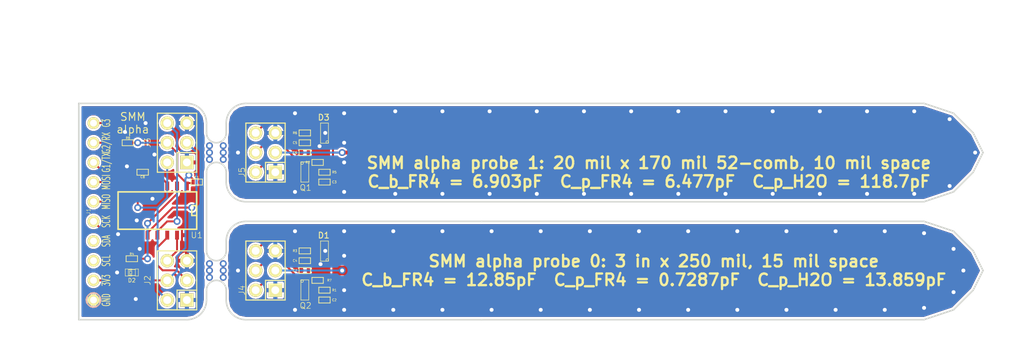
<source format=kicad_pcb>
(kicad_pcb (version 4) (host pcbnew "(2014-08-29 BZR 5106)-product")
  (layers (0 F.Cu signal) (31 B.Cu signal) (34 B.Paste user) (35 F.Paste user) (36 B.SilkS user) (37 F.SilkS user) (38 B.Mask user) (39 F.Mask user) (44 Edge.Cuts user))
  (net 0 "")
  (net 1 GND)
  (net 2 +3.3V)
  (net 3 /GND0)
  (net 4 /LPF0_OUT)
  (net 5 /GND1)
  (net 6 /LPF1_OUT)
  (net 7 /PD0_OUT)
  (net 8 /PD1_OUT)
  (net 9 /3.3V_PROBE_1)
  (net 10 /3.3V_PROBE_0)
  (net 11 /LED_MID)
  (net 12 "Net-(J1-Pad3)")
  (net 13 "Net-(J1-Pad4)")
  (net 14 /CLK)
  (net 15 /MISO)
  (net 16 /MOSI)
  (net 17 /CS)
  (net 18 /~RESET)
  (net 19 /IRQ)
  (net 20 /WAVE_OUT)
  (net 21 /LPF0_IN)
  (net 22 /PD0_IN)
  (net 23 /LPF1_IN)
  (net 24 /PD1_IN)
  (net 25 /WAVE_IN_0)
  (net 26 /WAVE_IN_1)
  (net 27 /WAVE_AMP_1)
  (net 28 /WAVE_AMP_0)
  (net 29 /LED)
  (net 30 "Net-(D1-Pad2)")
  (net 31 "Net-(D3-Pad2)")
  (module parts:SMD-0402 (layer F.Cu) (at 116.84 109.22)
    (fp_text reference C1 (at 0 -0.6096) (layer F.SilkS) (effects (font (size 0.3 0.3) (thickness 0.05))))
    (fp_text value 100nF hide)
    (pad 2 smd rect (at 0.44958 0) (size 0.39878 0.59944) (layers F.Cu F.Paste F.Mask) (net 1 GND))
    (pad 1 smd rect (at -0.44958 0) (size 0.39878 0.59944) (layers F.Cu F.Paste F.Mask) (net 2 +3.3V))
  )
  (module parts:SMD-0402 (layer F.Cu) (at 133.35 124.46 180)
    (fp_text reference C2 (at -1.27 0 180) (layer F.SilkS) (effects (font (size 0.3 0.3) (thickness 0.05))))
    (fp_text value "10pF, DNP" hide)
    (pad 2 smd rect (at 0.44958 0 180) (size 0.39878 0.59944) (layers F.Cu F.Paste F.Mask) (net 3 /GND0))
    (pad 1 smd rect (at -0.44958 0 180) (size 0.39878 0.59944) (layers F.Cu F.Paste F.Mask) (net 4 /LPF0_OUT))
  )
  (module parts:SMD-0402 (layer F.Cu) (at 133.35 109.22 180)
    (fp_text reference C3 (at -1.27 0 180) (layer F.SilkS) (effects (font (size 0.3 0.3) (thickness 0.05))))
    (fp_text value "10pF, DNP" hide)
    (pad 2 smd rect (at 0.44958 0 180) (size 0.39878 0.59944) (layers F.Cu F.Paste F.Mask) (net 5 /GND1))
    (pad 1 smd rect (at -0.44958 0 180) (size 0.39878 0.59944) (layers F.Cu F.Paste F.Mask) (net 6 /LPF1_OUT))
  )
  (module parts:SMD-0402 (layer F.Cu) (at 130.81 119.38 180)
    (fp_text reference C4 (at 1.27 0 180) (layer F.SilkS) (effects (font (size 0.3 0.3) (thickness 0.05))))
    (fp_text value 100nF hide)
    (pad 2 smd rect (at 0.44958 0 180) (size 0.39878 0.59944) (layers F.Cu F.Paste F.Mask) (net 3 /GND0))
    (pad 1 smd rect (at -0.44958 0 180) (size 0.39878 0.59944) (layers F.Cu F.Paste F.Mask) (net 7 /PD0_OUT))
  )
  (module parts:SMD-0402 (layer F.Cu) (at 130.81 104.14 180)
    (fp_text reference C5 (at 1.27 0 180) (layer F.SilkS) (effects (font (size 0.3 0.3) (thickness 0.05))))
    (fp_text value 100nF hide)
    (pad 2 smd rect (at 0.44958 0 180) (size 0.39878 0.59944) (layers F.Cu F.Paste F.Mask) (net 5 /GND1))
    (pad 1 smd rect (at -0.44958 0 180) (size 0.39878 0.59944) (layers F.Cu F.Paste F.Mask) (net 8 /PD1_OUT))
  )
  (module parts:SMD-0402 (layer F.Cu) (at 130.81 105.41 180)
    (fp_text reference C6 (at 1.27 0 180) (layer F.SilkS) (effects (font (size 0.3 0.3) (thickness 0.05))))
    (fp_text value 100nF hide)
    (pad 2 smd rect (at 0.44958 0 180) (size 0.39878 0.59944) (layers F.Cu F.Paste F.Mask) (net 5 /GND1))
    (pad 1 smd rect (at -0.44958 0 180) (size 0.39878 0.59944) (layers F.Cu F.Paste F.Mask) (net 9 /3.3V_PROBE_1))
  )
  (module parts:SMD-0402 (layer F.Cu) (at 130.81 120.65 180)
    (fp_text reference C7 (at 1.27 0 180) (layer F.SilkS) (effects (font (size 0.3 0.3) (thickness 0.05))))
    (fp_text value 100nF hide)
    (pad 2 smd rect (at 0.44958 0 180) (size 0.39878 0.59944) (layers F.Cu F.Paste F.Mask) (net 3 /GND0))
    (pad 1 smd rect (at -0.44958 0 180) (size 0.39878 0.59944) (layers F.Cu F.Paste F.Mask) (net 10 /3.3V_PROBE_0))
  )
  (module LEDs:LED-0603 (layer F.Cu) (at 108.458 120.904 180)
    (fp_text reference D2 (at 0 -1.016 180) (layer F.SilkS) (effects (font (size 0.508 0.508) (thickness 0.0762))))
    (fp_text value LED hide)
    (pad 1 smd rect (at -0.7493 0 180) (size 0.79756 0.79756) (layers F.Cu F.Paste F.Mask) (net 11 /LED_MID))
    (pad 2 smd rect (at 0.7493 0 180) (size 0.79756 0.79756) (layers F.Cu F.Paste F.Mask) (net 1 GND))
  )
  (module parts:MODULE_HEADER_MODULE (layer F.Cu) (at 103.505 113.03 90)
    (fp_text reference J1 (at 0 -0.635 90) (layer F.SilkS) (effects (font (size 0.508 0.508) (thickness 0.0508))))
    (fp_text value MODULE_HEADER hide)
    (fp_text user G3 (at 11.43 1.651 90) (layer F.SilkS) (effects (font (size 1 0.55) (thickness 0.1))))
    (fp_text user G2/RX (at 8.89 1.651 90) (layer F.SilkS) (effects (font (size 1 0.55) (thickness 0.1))))
    (fp_text user G1/TX (at 6.35 1.651 90) (layer F.SilkS) (effects (font (size 1 0.55) (thickness 0.1))))
    (fp_text user MOSI (at 3.81 1.651 90) (layer F.SilkS) (effects (font (size 1 0.55) (thickness 0.1))))
    (fp_text user MISO (at 1.27 1.651 90) (layer F.SilkS) (effects (font (size 1 0.55) (thickness 0.1))))
    (fp_text user SCK (at -1.27 1.651 90) (layer F.SilkS) (effects (font (size 1 0.55) (thickness 0.1))))
    (fp_text user SDA (at -3.81 1.651 90) (layer F.SilkS) (effects (font (size 1 0.55) (thickness 0.1))))
    (fp_text user SCL (at -6.35 1.651 90) (layer F.SilkS) (effects (font (size 1 0.55) (thickness 0.1))))
    (fp_text user 3V3 (at -8.89 1.651 90) (layer F.SilkS) (effects (font (size 1 0.55) (thickness 0.1))))
    (fp_text user GND (at -11.43 1.651 90) (layer F.SilkS) (effects (font (size 1 0.55) (thickness 0.1))))
    (pad 1 thru_hole circle (at -11.43 0 90) (size 1.524 1.524) (drill 0.889) (layers *.Cu *.Mask F.SilkS) (net 1 GND))
    (pad 2 thru_hole circle (at -8.89 0 90) (size 1.524 1.524) (drill 0.889) (layers *.Cu *.Mask F.SilkS) (net 2 +3.3V))
    (pad 3 thru_hole circle (at -6.35 0 90) (size 1.524 1.524) (drill 0.889) (layers *.Cu *.Mask F.SilkS) (net 12 "Net-(J1-Pad3)"))
    (pad 4 thru_hole circle (at -3.81 0 90) (size 1.524 1.524) (drill 0.889) (layers *.Cu *.Mask F.SilkS) (net 13 "Net-(J1-Pad4)"))
    (pad 5 thru_hole circle (at -1.27 0 90) (size 1.524 1.524) (drill 0.889) (layers *.Cu *.Mask F.SilkS) (net 14 /CLK))
    (pad 6 thru_hole circle (at 1.27 0 90) (size 1.524 1.524) (drill 0.889) (layers *.Cu *.Mask F.SilkS) (net 15 /MISO))
    (pad 7 thru_hole circle (at 3.81 0 90) (size 1.524 1.524) (drill 0.889) (layers *.Cu *.Mask F.SilkS) (net 16 /MOSI))
    (pad 8 thru_hole circle (at 6.35 0 90) (size 1.524 1.524) (drill 0.889) (layers *.Cu *.Mask F.SilkS) (net 17 /CS))
    (pad 9 thru_hole circle (at 8.89 0 90) (size 1.524 1.524) (drill 0.889) (layers *.Cu *.Mask F.SilkS) (net 18 /~RESET))
    (pad 10 thru_hole circle (at 11.43 0 90) (size 1.524 1.524) (drill 0.889) (layers *.Cu *.Mask F.SilkS) (net 19 /IRQ))
  )
  (module Pin_Headers:Pin_Header_Straight_2x03 (layer F.Cu) (at 114.3 121.92 90)
    (fp_text reference J2 (at 0 -3.81 90) (layer F.SilkS) (effects (font (size 0.762 0.762) (thickness 0.0762))))
    (fp_text value CONN_02X03 hide)
    (pad 1 thru_hole rect (at -2.54 1.27 90) (size 1.7272 1.7272) (drill 1.016) (layers *.Cu *.Mask F.SilkS) (net 1 GND))
    (pad 2 thru_hole oval (at -2.54 -1.27 90) (size 1.7272 1.7272) (drill 1.016) (layers *.Cu *.Mask F.SilkS) (net 20 /WAVE_OUT))
    (pad 3 thru_hole oval (at 0 1.27 90) (size 1.7272 1.7272) (drill 1.016) (layers *.Cu *.Mask F.SilkS) (net 21 /LPF0_IN))
    (pad 4 thru_hole oval (at 0 -1.27 90) (size 1.7272 1.7272) (drill 1.016) (layers *.Cu *.Mask F.SilkS) (net 2 +3.3V))
    (pad 5 thru_hole oval (at 2.54 1.27 90) (size 1.7272 1.7272) (drill 1.016) (layers *.Cu *.Mask F.SilkS) (net 1 GND))
    (pad 6 thru_hole oval (at 2.54 -1.27 90) (size 1.7272 1.7272) (drill 1.016) (layers *.Cu *.Mask F.SilkS) (net 22 /PD0_IN))
  )
  (module Pin_Headers:Pin_Header_Straight_2x03 (layer F.Cu) (at 114.3 104.14 90)
    (fp_text reference J3 (at 0 -3.81 90) (layer F.SilkS) (effects (font (size 0.762 0.762) (thickness 0.0762))))
    (fp_text value CONN_02X03 hide)
    (pad 1 thru_hole rect (at -2.54 1.27 90) (size 1.7272 1.7272) (drill 1.016) (layers *.Cu *.Mask F.SilkS) (net 1 GND))
    (pad 2 thru_hole oval (at -2.54 -1.27 90) (size 1.7272 1.7272) (drill 1.016) (layers *.Cu *.Mask F.SilkS) (net 20 /WAVE_OUT))
    (pad 3 thru_hole oval (at 0 1.27 90) (size 1.7272 1.7272) (drill 1.016) (layers *.Cu *.Mask F.SilkS) (net 23 /LPF1_IN))
    (pad 4 thru_hole oval (at 0 -1.27 90) (size 1.7272 1.7272) (drill 1.016) (layers *.Cu *.Mask F.SilkS) (net 2 +3.3V))
    (pad 5 thru_hole oval (at 2.54 1.27 90) (size 1.7272 1.7272) (drill 1.016) (layers *.Cu *.Mask F.SilkS) (net 1 GND))
    (pad 6 thru_hole oval (at 2.54 -1.27 90) (size 1.7272 1.7272) (drill 1.016) (layers *.Cu *.Mask F.SilkS) (net 24 /PD1_IN))
  )
  (module Pin_Headers:Pin_Header_Straight_2x03 (layer F.Cu) (at 125.73 120.65 90)
    (fp_text reference J4 (at -2.54 -3.048 90) (layer F.SilkS) (effects (font (size 0.762 0.762) (thickness 0.0762))))
    (fp_text value CONN_02X03 hide)
    (pad 1 thru_hole rect (at -2.54 1.27 90) (size 1.7272 1.7272) (drill 1.016) (layers *.Cu *.Mask F.SilkS) (net 3 /GND0))
    (pad 2 thru_hole oval (at -2.54 -1.27 90) (size 1.7272 1.7272) (drill 1.016) (layers *.Cu *.Mask F.SilkS) (net 25 /WAVE_IN_0))
    (pad 3 thru_hole oval (at 0 1.27 90) (size 1.7272 1.7272) (drill 1.016) (layers *.Cu *.Mask F.SilkS) (net 4 /LPF0_OUT))
    (pad 4 thru_hole oval (at 0 -1.27 90) (size 1.7272 1.7272) (drill 1.016) (layers *.Cu *.Mask F.SilkS) (net 10 /3.3V_PROBE_0))
    (pad 5 thru_hole oval (at 2.54 1.27 90) (size 1.7272 1.7272) (drill 1.016) (layers *.Cu *.Mask F.SilkS) (net 3 /GND0))
    (pad 6 thru_hole oval (at 2.54 -1.27 90) (size 1.7272 1.7272) (drill 1.016) (layers *.Cu *.Mask F.SilkS) (net 7 /PD0_OUT))
  )
  (module Pin_Headers:Pin_Header_Straight_2x03 (layer F.Cu) (at 125.73 105.41 90)
    (fp_text reference J5 (at -2.54 -3.048 90) (layer F.SilkS) (effects (font (size 0.762 0.762) (thickness 0.0762))))
    (fp_text value CONN_02X03 hide)
    (pad 1 thru_hole rect (at -2.54 1.27 90) (size 1.7272 1.7272) (drill 1.016) (layers *.Cu *.Mask F.SilkS) (net 5 /GND1))
    (pad 2 thru_hole oval (at -2.54 -1.27 90) (size 1.7272 1.7272) (drill 1.016) (layers *.Cu *.Mask F.SilkS) (net 26 /WAVE_IN_1))
    (pad 3 thru_hole oval (at 0 1.27 90) (size 1.7272 1.7272) (drill 1.016) (layers *.Cu *.Mask F.SilkS) (net 6 /LPF1_OUT))
    (pad 4 thru_hole oval (at 0 -1.27 90) (size 1.7272 1.7272) (drill 1.016) (layers *.Cu *.Mask F.SilkS) (net 9 /3.3V_PROBE_1))
    (pad 5 thru_hole oval (at 2.54 1.27 90) (size 1.7272 1.7272) (drill 1.016) (layers *.Cu *.Mask F.SilkS) (net 5 /GND1))
    (pad 6 thru_hole oval (at 2.54 -1.27 90) (size 1.7272 1.7272) (drill 1.016) (layers *.Cu *.Mask F.SilkS) (net 8 /PD1_OUT))
  )
  (module SMD_Packages:SOT-23 (layer F.Cu) (at 130.81 107.95 270)
    (fp_text reference Q1 (at 1.99898 -0.09906 360) (layer F.SilkS) (effects (font (size 0.762 0.762) (thickness 0.0762))))
    (fp_text value 2N7002 hide)
    (pad 3 smd rect (at 0 -1.09982 270) (size 0.8001 1.00076) (layers F.Cu F.Paste F.Mask) (net 27 /WAVE_AMP_1))
    (pad 2 smd rect (at 0.9525 1.09982 270) (size 0.8001 1.00076) (layers F.Cu F.Paste F.Mask) (net 5 /GND1))
    (pad 1 smd rect (at -0.9525 1.09982 270) (size 0.8001 1.00076) (layers F.Cu F.Paste F.Mask) (net 26 /WAVE_IN_1))
  )
  (module SMD_Packages:SOT-23 (layer F.Cu) (at 130.81 123.19 270)
    (fp_text reference Q2 (at 1.99898 -0.09906 360) (layer F.SilkS) (effects (font (size 0.762 0.762) (thickness 0.0762))))
    (fp_text value 2N7002 hide)
    (pad 3 smd rect (at 0 -1.09982 270) (size 0.8001 1.00076) (layers F.Cu F.Paste F.Mask) (net 28 /WAVE_AMP_0))
    (pad 2 smd rect (at 0.9525 1.09982 270) (size 0.8001 1.00076) (layers F.Cu F.Paste F.Mask) (net 3 /GND0))
    (pad 1 smd rect (at -0.9525 1.09982 270) (size 0.8001 1.00076) (layers F.Cu F.Paste F.Mask) (net 25 /WAVE_IN_0))
  )
  (module parts:SMD-0402 (layer F.Cu) (at 133.35 123.19 180)
    (fp_text reference R1 (at -1.27 0 180) (layer F.SilkS) (effects (font (size 0.3 0.3) (thickness 0.05))))
    (fp_text value 10kR hide)
    (pad 2 smd rect (at 0.44958 0 180) (size 0.39878 0.59944) (layers F.Cu F.Paste F.Mask) (net 28 /WAVE_AMP_0))
    (pad 1 smd rect (at -0.44958 0 180) (size 0.39878 0.59944) (layers F.Cu F.Paste F.Mask) (net 4 /LPF0_OUT))
  )
  (module parts:SMD-0402 (layer F.Cu) (at 132.461 106.68 180)
    (fp_text reference R2 (at 1.27 0 180) (layer F.SilkS) (effects (font (size 0.3 0.3) (thickness 0.05))))
    (fp_text value 1kR hide)
    (pad 2 smd rect (at 0.44958 0 180) (size 0.39878 0.59944) (layers F.Cu F.Paste F.Mask) (net 9 /3.3V_PROBE_1))
    (pad 1 smd rect (at -0.44958 0 180) (size 0.39878 0.59944) (layers F.Cu F.Paste F.Mask) (net 27 /WAVE_AMP_1))
  )
  (module parts:SMD-0402 (layer F.Cu) (at 130.81 118.11)
    (fp_text reference R3 (at -1.27 0) (layer F.SilkS) (effects (font (size 0.3 0.3) (thickness 0.05))))
    (fp_text value 1MR hide)
    (pad 2 smd rect (at 0.44958 0) (size 0.39878 0.59944) (layers F.Cu F.Paste F.Mask) (net 7 /PD0_OUT))
    (pad 1 smd rect (at -0.44958 0) (size 0.39878 0.59944) (layers F.Cu F.Paste F.Mask) (net 3 /GND0))
  )
  (module parts:SMD-0402 (layer F.Cu) (at 108.458 119.126)
    (fp_text reference R4 (at 0 -0.6096) (layer F.SilkS) (effects (font (size 0.3 0.3) (thickness 0.05))))
    (fp_text value 1kR hide)
    (pad 2 smd rect (at 0.44958 0) (size 0.39878 0.59944) (layers F.Cu F.Paste F.Mask) (net 29 /LED))
    (pad 1 smd rect (at -0.44958 0) (size 0.39878 0.59944) (layers F.Cu F.Paste F.Mask) (net 11 /LED_MID))
  )
  (module parts:SMD-0402 (layer F.Cu) (at 133.35 107.95 180)
    (fp_text reference R5 (at -1.27 0 180) (layer F.SilkS) (effects (font (size 0.3 0.3) (thickness 0.05))))
    (fp_text value 10kR hide)
    (pad 2 smd rect (at 0.44958 0 180) (size 0.39878 0.59944) (layers F.Cu F.Paste F.Mask) (net 27 /WAVE_AMP_1))
    (pad 1 smd rect (at -0.44958 0 180) (size 0.39878 0.59944) (layers F.Cu F.Paste F.Mask) (net 6 /LPF1_OUT))
  )
  (module parts:SMD-0402 (layer F.Cu) (at 130.81 102.87)
    (fp_text reference R6 (at -1.27 0) (layer F.SilkS) (effects (font (size 0.3 0.3) (thickness 0.05))))
    (fp_text value 1MR hide)
    (pad 2 smd rect (at 0.44958 0) (size 0.39878 0.59944) (layers F.Cu F.Paste F.Mask) (net 8 /PD1_OUT))
    (pad 1 smd rect (at -0.44958 0) (size 0.39878 0.59944) (layers F.Cu F.Paste F.Mask) (net 5 /GND1))
  )
  (module parts:SMD-0402 (layer F.Cu) (at 132.461 121.92 180)
    (fp_text reference R7 (at -1.524 0 180) (layer F.SilkS) (effects (font (size 0.3 0.3) (thickness 0.05))))
    (fp_text value 1kR hide)
    (pad 2 smd rect (at 0.44958 0 180) (size 0.39878 0.59944) (layers F.Cu F.Paste F.Mask) (net 10 /3.3V_PROBE_0))
    (pad 1 smd rect (at -0.44958 0 180) (size 0.39878 0.59944) (layers F.Cu F.Paste F.Mask) (net 28 /WAVE_AMP_0))
  )
  (module SMD_Packages:SOIC-14_N (layer F.Cu) (at 111.76 113.03 180)
    (fp_text reference U1 (at -5.08 -3.048 180) (layer F.SilkS) (effects (font (size 0.762 0.762) (thickness 0.0762))))
    (fp_text value ATTINY24-SS hide)
    (pad 1 smd rect (at -3.81 3.302 180) (size 0.508 1.143) (layers F.Cu F.Paste F.Mask) (net 2 +3.3V))
    (pad 2 smd rect (at -2.54 3.302 180) (size 0.508 1.143) (layers F.Cu F.Paste F.Mask) (net 29 /LED))
    (pad 3 smd rect (at -1.27 3.302 180) (size 0.508 1.143) (layers F.Cu F.Paste F.Mask) (net 19 /IRQ))
    (pad 4 smd rect (at 0 3.302 180) (size 0.508 1.143) (layers F.Cu F.Paste F.Mask) (net 18 /~RESET))
    (pad 5 smd rect (at 1.27 3.302 180) (size 0.508 1.143) (layers F.Cu F.Paste F.Mask) (net 17 /CS))
    (pad 6 smd rect (at 2.54 3.302 180) (size 0.508 1.143) (layers F.Cu F.Paste F.Mask) (net 20 /WAVE_OUT))
    (pad 7 smd rect (at 3.81 3.302 180) (size 0.508 1.143) (layers F.Cu F.Paste F.Mask) (net 16 /MOSI))
    (pad 8 smd rect (at 3.81 -3.048 180) (size 0.508 1.143) (layers F.Cu F.Paste F.Mask) (net 15 /MISO))
    (pad 9 smd rect (at 2.54 -3.048 180) (size 0.508 1.143) (layers F.Cu F.Paste F.Mask) (net 14 /CLK))
    (pad 11 smd rect (at 0 -3.048 180) (size 0.508 1.143) (layers F.Cu F.Paste F.Mask) (net 24 /PD1_IN))
    (pad 12 smd rect (at -1.27 -3.048 180) (size 0.508 1.143) (layers F.Cu F.Paste F.Mask) (net 21 /LPF0_IN))
    (pad 13 smd rect (at -2.54 -3.048 180) (size 0.508 1.143) (layers F.Cu F.Paste F.Mask) (net 22 /PD0_IN))
    (pad 14 smd rect (at -3.81 -3.048 180) (size 0.508 1.143) (layers F.Cu F.Paste F.Mask) (net 1 GND))
    (pad 10 smd rect (at 1.27 -3.048 180) (size 0.508 1.143) (layers F.Cu F.Paste F.Mask) (net 23 /LPF1_IN))
  )
  (module parts:SMD-0402 (layer F.Cu) (at 107.95 104.14)
    (fp_text reference R8 (at 0 -0.6096) (layer F.SilkS) (effects (font (size 0.3 0.3) (thickness 0.05))))
    (fp_text value 10kR hide)
    (pad 2 smd rect (at 0.44958 0) (size 0.39878 0.59944) (layers F.Cu F.Paste F.Mask) (net 2 +3.3V))
    (pad 1 smd rect (at -0.44958 0) (size 0.39878 0.59944) (layers F.Cu F.Paste F.Mask) (net 18 /~RESET))
  )
  (module parts:SMD-0402 (layer F.Cu) (at 109.855 107.95 180)
    (fp_text reference C8 (at 0 -0.6096 180) (layer F.SilkS) (effects (font (size 0.3 0.3) (thickness 0.05))))
    (fp_text value 100nF hide)
    (pad 2 smd rect (at 0.44958 0 180) (size 0.39878 0.59944) (layers F.Cu F.Paste F.Mask) (net 1 GND))
    (pad 1 smd rect (at -0.44958 0 180) (size 0.39878 0.59944) (layers F.Cu F.Paste F.Mask) (net 18 /~RESET))
  )
  (module SMD_Packages:SOT-23 (layer F.Cu) (at 133.35 118.11 90)
    (fp_text reference D1 (at 1.99898 -0.09906 180) (layer F.SilkS) (effects (font (size 0.762 0.762) (thickness 0.11938))))
    (fp_text value PMBD914,235 hide)
    (pad 3 smd rect (at 0 -1.09982 90) (size 0.8001 1.00076) (layers F.Cu F.Paste F.Mask) (net 7 /PD0_OUT))
    (pad 2 smd rect (at 0.9525 1.09982 90) (size 0.8001 1.00076) (layers F.Cu F.Paste F.Mask) (net 30 "Net-(D1-Pad2)"))
    (pad 1 smd rect (at -0.9525 1.09982 90) (size 0.8001 1.00076) (layers F.Cu F.Paste F.Mask) (net 4 /LPF0_OUT))
  )
  (module SMD_Packages:SOT-23 (layer F.Cu) (at 133.35 102.87 90)
    (fp_text reference D3 (at 1.99898 -0.09906 180) (layer F.SilkS) (effects (font (size 0.762 0.762) (thickness 0.11938))))
    (fp_text value PMBD914,235 hide)
    (pad 3 smd rect (at 0 -1.09982 90) (size 0.8001 1.00076) (layers F.Cu F.Paste F.Mask) (net 8 /PD1_OUT))
    (pad 2 smd rect (at 0.9525 1.09982 90) (size 0.8001 1.00076) (layers F.Cu F.Paste F.Mask) (net 31 "Net-(D3-Pad2)"))
    (pad 1 smd rect (at -0.9525 1.09982 90) (size 0.8001 1.00076) (layers F.Cu F.Paste F.Mask) (net 6 /LPF1_OUT))
  )
  (gr_line (start 210.82 99.06) (end 214.63 100.33) (layer Edge.Cuts) (width 0.2))
  (gr_text "SMM alpha probe 0: 3 in x 250 mil, 15 mil space\nC_b_FR4 = 12.85pF  C_p_FR4 = 0.7287pF  C_p_H2O = 13.859pF" (at 175.895 120.65) (layer F.SilkS) (effects (font (size 1.5 1.5) (thickness 0.3))))
  (gr_text "SMM alpha probe 1: 20 mil x 170 mil 52-comb, 10 mil space\nC_b_FR4 = 6.903pF  C_p_FR4 = 6.477pF  C_p_H2O = 118.7pF" (at 175.26 107.95) (layer F.SilkS) (effects (font (size 1.5 1.5) (thickness 0.3))))
  (gr_text "SMM\nalpha" (at 108.585 101.6) (layer F.SilkS) (effects (font (size 1.016 1.016) (thickness 0.127))))
  (gr_line (start 217.17 107.95) (end 218.44 105.41) (layer Edge.Cuts) (width 0.2))
  (gr_line (start 214.63 110.49) (end 217.17 107.95) (layer Edge.Cuts) (width 0.2))
  (gr_line (start 210.82 111.76) (end 214.63 110.49) (layer Edge.Cuts) (width 0.2))
  (gr_line (start 217.17 102.87) (end 218.44 105.41) (layer Edge.Cuts) (width 0.2))
  (gr_line (start 214.63 100.33) (end 217.17 102.87) (layer Edge.Cuts) (width 0.2))
  (gr_line (start 123.19 99.06) (end 210.82 99.06) (layer Edge.Cuts) (width 0.2))
  (gr_line (start 210.82 111.76) (end 123.19 111.76) (layer Edge.Cuts) (width 0.2))
  (gr_line (start 210.82 114.3) (end 153.67 114.3) (layer Edge.Cuts) (width 0.2))
  (gr_line (start 214.63 115.57) (end 210.82 114.3) (layer Edge.Cuts) (width 0.2))
  (gr_line (start 217.17 118.11) (end 214.63 115.57) (layer Edge.Cuts) (width 0.2))
  (gr_line (start 218.44 120.65) (end 217.17 118.11) (layer Edge.Cuts) (width 0.2))
  (gr_line (start 217.17 123.19) (end 218.44 120.65) (layer Edge.Cuts) (width 0.2))
  (gr_line (start 214.63 125.73) (end 217.17 123.19) (layer Edge.Cuts) (width 0.2))
  (gr_line (start 210.82 127) (end 214.63 125.73) (layer Edge.Cuts) (width 0.2))
  (gr_line (start 153.67 127) (end 210.82 127) (layer Edge.Cuts) (width 0.2))
  (gr_line (start 120.65 102.87) (end 120.65 101.6) (layer Edge.Cuts) (width 0.2))
  (gr_line (start 118.11 101.6) (end 118.11 102.87) (layer Edge.Cuts) (width 0.2))
  (gr_line (start 120.65 107.95) (end 120.65 109.22) (layer Edge.Cuts) (width 0.2))
  (gr_line (start 118.11 118.11) (end 118.11 107.95) (layer Edge.Cuts) (width 0.2))
  (gr_line (start 118.11 124.46) (end 118.11 123.19) (layer Edge.Cuts) (width 0.2))
  (gr_line (start 120.65 123.19) (end 120.65 124.46) (layer Edge.Cuts) (width 0.2))
  (gr_line (start 120.65 116.84) (end 120.65 118.11) (layer Edge.Cuts) (width 0.2))
  (gr_arc (start 119.38 107.95) (end 118.11 107.95) (angle 180) (layer Edge.Cuts) (width 0.2))
  (gr_arc (start 119.38 102.87) (end 120.65 102.87) (angle 180) (layer Edge.Cuts) (width 0.2))
  (gr_arc (start 119.38 118.11) (end 120.65 118.11) (angle 180) (layer Edge.Cuts) (width 0.2))
  (gr_arc (start 119.38 123.19) (end 118.11 123.19) (angle 180) (layer Edge.Cuts) (width 0.2))
  (gr_arc (start 123.19 124.46) (end 123.19 127) (angle 90) (layer Edge.Cuts) (width 0.2))
  (gr_arc (start 123.19 116.84) (end 120.65 116.84) (angle 90) (layer Edge.Cuts) (width 0.2))
  (gr_arc (start 123.19 109.22) (end 123.19 111.76) (angle 90) (layer Edge.Cuts) (width 0.2))
  (gr_arc (start 123.19 101.6) (end 120.65 101.6) (angle 90) (layer Edge.Cuts) (width 0.2))
  (gr_line (start 123.19 127) (end 153.67 127) (layer Edge.Cuts) (width 0.2))
  (gr_line (start 123.19 114.3) (end 153.67 114.3) (layer Edge.Cuts) (width 0.2))
  (gr_arc (start 115.57 101.6) (end 115.57 99.06) (angle 90) (layer Edge.Cuts) (width 0.2))
  (gr_arc (start 115.57 124.46) (end 118.11 124.46) (angle 90) (layer Edge.Cuts) (width 0.2))
  (gr_line (start 115.57 99.06) (end 101.6 99.06) (layer Edge.Cuts) (width 0.2))
  (gr_line (start 101.6 127) (end 115.57 127) (layer Edge.Cuts) (width 0.2))
  (gr_line (start 101.6 99.06) (end 101.6 127) (layer Edge.Cuts) (width 0.2))
  (via (at 120.269 119.761) (size 0.889) (drill 0.508) (layers F.Cu B.Cu) (net 0))
  (via (at 120.269 120.65) (size 0.889) (drill 0.508) (layers F.Cu B.Cu) (net 0))
  (via (at 120.269 121.539) (size 0.889) (drill 0.508) (layers F.Cu B.Cu) (net 0))
  (via (at 118.491 121.539) (size 0.889) (drill 0.508) (layers F.Cu B.Cu) (net 0))
  (via (at 118.491 119.761) (size 0.889) (drill 0.508) (layers F.Cu B.Cu) (net 0))
  (via (at 118.491 104.521) (size 0.889) (layers F.Cu B.Cu) (net 0))
  (via (at 118.491 105.41) (size 0.889) (layers F.Cu B.Cu) (net 0))
  (via (at 118.491 106.299) (size 0.889) (layers F.Cu B.Cu) (net 0))
  (via (at 120.269 106.299) (size 0.889) (drill 0.508) (layers F.Cu B.Cu) (net 0))
  (via (at 120.269 105.41) (size 0.889) (drill 0.508) (layers F.Cu B.Cu) (net 0))
  (via (at 120.269 104.521) (size 0.889) (drill 0.508) (layers F.Cu B.Cu) (net 0))
  (via (at 118.491 120.65) (size 0.889) (drill 0.508) (layers F.Cu B.Cu) (net 0))
  (via (at 107.823 107.188) (size 0.889) (drill 0.508) (layers F.Cu B.Cu) (net 1))
  (segment (start 108.585 107.95) (end 107.823 107.188) (width 0.254) (layer F.Cu) (net 1))
  (segment (start 109.40542 107.95) (end 108.585 107.95) (width 0.254) (layer F.Cu) (net 1))
  (segment (start 115.57 100.355399) (end 115.57 101.6) (width 0.254) (layer B.Cu) (net 1))
  (segment (start 111.782859 100.355399) (end 115.57 100.355399) (width 0.254) (layer B.Cu) (net 1))
  (segment (start 107.823 104.315258) (end 111.782859 100.355399) (width 0.254) (layer B.Cu) (net 1))
  (segment (start 107.823 107.188) (end 107.823 104.315258) (width 0.254) (layer B.Cu) (net 1))
  (segment (start 115.57 101.6) (end 117.094 101.6) (width 0.254) (layer F.Cu) (net 1))
  (segment (start 117.094 101.6) (end 117.094 106.68) (width 0.254) (layer F.Cu) (net 1))
  (segment (start 117.094 106.68) (end 115.57 106.68) (width 0.254) (layer F.Cu) (net 1))
  (segment (start 117.28958 106.87558) (end 117.094 106.68) (width 0.254) (layer F.Cu) (net 1))
  (segment (start 117.28958 109.22) (end 117.28958 106.87558) (width 0.254) (layer F.Cu) (net 1))
  (segment (start 115.57 116.078) (end 116.967 116.078) (width 0.254) (layer F.Cu) (net 1))
  (segment (start 117.28958 115.75542) (end 117.28958 109.22) (width 0.254) (layer F.Cu) (net 1))
  (segment (start 116.967 116.078) (end 117.28958 115.75542) (width 0.254) (layer F.Cu) (net 1))
  (segment (start 115.57 116.9035) (end 115.57 119.38) (width 0.254) (layer F.Cu) (net 1))
  (segment (start 115.57 116.078) (end 115.57 116.9035) (width 0.254) (layer F.Cu) (net 1))
  (segment (start 115.57 119.38) (end 117.094 119.38) (width 0.254) (layer F.Cu) (net 1))
  (segment (start 117.094 119.38) (end 117.094 124.46) (width 0.254) (layer F.Cu) (net 1))
  (segment (start 117.094 124.46) (end 115.57 124.46) (width 0.254) (layer F.Cu) (net 1))
  (via (at 106.553 120.904) (size 0.889) (drill 0.508) (layers F.Cu B.Cu) (net 1))
  (segment (start 107.7087 120.904) (end 106.553 120.904) (width 0.254) (layer F.Cu) (net 1))
  (segment (start 106.553 120.904) (end 106.553 121.539) (width 0.254) (layer B.Cu) (net 1))
  (segment (start 106.426 121.539) (end 103.505 124.46) (width 0.254) (layer B.Cu) (net 1))
  (segment (start 106.553 121.539) (end 106.426 121.539) (width 0.254) (layer B.Cu) (net 1))
  (segment (start 104.749601 125.704601) (end 104.266999 125.221999) (width 0.254) (layer B.Cu) (net 1))
  (segment (start 116.738399 125.704601) (end 104.749601 125.704601) (width 0.254) (layer B.Cu) (net 1))
  (segment (start 117.348 125.095) (end 116.738399 125.704601) (width 0.254) (layer B.Cu) (net 1))
  (segment (start 104.266999 125.221999) (end 103.505 124.46) (width 0.254) (layer B.Cu) (net 1))
  (segment (start 117.348 119.38) (end 117.348 125.095) (width 0.254) (layer B.Cu) (net 1))
  (segment (start 115.57 119.38) (end 117.348 119.38) (width 0.254) (layer B.Cu) (net 1))
  (via (at 106.68 115.951) (size 0.889) (drill 0.508) (layers F.Cu B.Cu) (net 1))
  (segment (start 104.053641 113.156999) (end 106.68 115.783358) (width 0.254) (layer F.Cu) (net 1))
  (segment (start 102.361999 113.497361) (end 102.70236 113.157) (width 0.254) (layer F.Cu) (net 1))
  (segment (start 102.70236 113.157) (end 104.053641 113.156999) (width 0.254) (layer F.Cu) (net 1))
  (segment (start 102.361999 123.316999) (end 102.361999 113.497361) (width 0.254) (layer F.Cu) (net 1))
  (segment (start 106.68 115.783358) (end 106.68 115.951) (width 0.254) (layer F.Cu) (net 1))
  (segment (start 103.505 124.46) (end 102.361999 123.316999) (width 0.254) (layer F.Cu) (net 1))
  (via (at 109.093 114.173) (size 0.889) (drill 0.508) (layers F.Cu B.Cu) (net 1))
  (segment (start 107.829383 114.173) (end 109.093 114.173) (width 0.254) (layer B.Cu) (net 1))
  (segment (start 106.68 115.322383) (end 107.829383 114.173) (width 0.254) (layer B.Cu) (net 1))
  (segment (start 106.68 115.951) (end 106.68 115.322383) (width 0.254) (layer B.Cu) (net 1))
  (via (at 111.125 111.379) (size 0.889) (drill 0.508) (layers F.Cu B.Cu) (net 1))
  (segment (start 111.125 112.141) (end 111.125 111.379) (width 0.254) (layer F.Cu) (net 1))
  (segment (start 109.093 114.173) (end 111.125 112.141) (width 0.254) (layer F.Cu) (net 1))
  (via (at 111.379 105.664) (size 0.889) (drill 0.508) (layers F.Cu B.Cu) (net 1))
  (segment (start 111.785399 106.070399) (end 111.379 105.664) (width 0.254) (layer B.Cu) (net 1))
  (segment (start 111.785399 110.718601) (end 111.785399 106.070399) (width 0.254) (layer B.Cu) (net 1))
  (segment (start 111.125 111.379) (end 111.785399 110.718601) (width 0.254) (layer B.Cu) (net 1))
  (via (at 110.236 101.6) (size 0.889) (drill 0.508) (layers F.Cu B.Cu) (net 1))
  (via (at 107.569 102.743) (size 0.889) (drill 0.508) (layers F.Cu B.Cu) (net 1))
  (segment (start 108.464383 102.743) (end 107.569 102.743) (width 0.254) (layer B.Cu) (net 1))
  (segment (start 109.607383 101.6) (end 108.464383 102.743) (width 0.254) (layer B.Cu) (net 1))
  (segment (start 110.236 101.6) (end 109.607383 101.6) (width 0.254) (layer B.Cu) (net 1))
  (segment (start 109.092999 100.456999) (end 110.236 101.6) (width 0.254) (layer F.Cu) (net 1))
  (segment (start 102.956359 100.456999) (end 109.092999 100.456999) (width 0.254) (layer F.Cu) (net 1))
  (segment (start 102.361999 101.051359) (end 102.956359 100.456999) (width 0.254) (layer F.Cu) (net 1))
  (segment (start 103.057959 123.164601) (end 102.361999 122.468641) (width 0.254) (layer F.Cu) (net 1))
  (segment (start 116.167409 123.164601) (end 103.057959 123.164601) (width 0.254) (layer F.Cu) (net 1))
  (segment (start 117.348 121.98401) (end 116.167409 123.164601) (width 0.254) (layer F.Cu) (net 1))
  (segment (start 117.348 105.791) (end 117.348 121.98401) (width 0.254) (layer F.Cu) (net 1))
  (segment (start 116.554505 104.997505) (end 117.348 105.791) (width 0.254) (layer F.Cu) (net 1))
  (segment (start 114.325399 103.542591) (end 114.325399 104.737409) (width 0.254) (layer F.Cu) (net 1))
  (segment (start 114.274601 103.542591) (end 114.325399 103.542591) (width 0.254) (layer F.Cu) (net 1))
  (segment (start 116.167409 105.384601) (end 116.554505 104.997505) (width 0.254) (layer F.Cu) (net 1))
  (segment (start 111.379 103.94899) (end 112.432591 102.895399) (width 0.254) (layer F.Cu) (net 1))
  (segment (start 114.325399 104.737409) (end 114.972591 105.384601) (width 0.254) (layer F.Cu) (net 1))
  (segment (start 111.379 105.664) (end 111.379 103.94899) (width 0.254) (layer F.Cu) (net 1))
  (segment (start 113.627409 102.895399) (end 114.274601 103.542591) (width 0.254) (layer F.Cu) (net 1))
  (segment (start 102.361999 122.468641) (end 102.361999 101.051359) (width 0.254) (layer F.Cu) (net 1))
  (segment (start 114.972591 105.384601) (end 116.167409 105.384601) (width 0.254) (layer F.Cu) (net 1))
  (segment (start 112.432591 102.895399) (end 113.627409 102.895399) (width 0.254) (layer F.Cu) (net 1))
  (via (at 109.474 117.856) (size 0.889) (drill 0.508) (layers F.Cu B.Cu) (net 1))
  (segment (start 108.093508 117.856) (end 109.474 117.856) (width 0.254) (layer F.Cu) (net 1))
  (segment (start 106.553 119.396508) (end 108.093508 117.856) (width 0.254) (layer F.Cu) (net 1))
  (segment (start 106.553 120.904) (end 106.553 119.396508) (width 0.254) (layer F.Cu) (net 1))
  (via (at 108.966 124.333) (size 0.889) (drill 0.508) (layers F.Cu B.Cu) (net 1))
  (segment (start 108.966 118.992617) (end 108.966 124.333) (width 0.254) (layer B.Cu) (net 1))
  (segment (start 109.474 118.484617) (end 108.966 118.992617) (width 0.254) (layer B.Cu) (net 1))
  (segment (start 109.474 117.856) (end 109.474 118.484617) (width 0.254) (layer B.Cu) (net 1))
  (segment (start 115.57 116.078) (end 115.062 116.078) (width 0.254) (layer F.Cu) (net 1))
  (segment (start 114.935001 116.331999) (end 114.935001 116.966999) (width 0.254) (layer F.Cu) (net 1))
  (segment (start 115.062 116.205) (end 114.935001 116.331999) (width 0.254) (layer F.Cu) (net 1))
  (segment (start 115.062 116.078) (end 115.062 116.205) (width 0.254) (layer F.Cu) (net 1))
  (segment (start 114.935 116.966998) (end 114.935 115.201698) (width 0.254) (layer F.Cu) (net 1))
  (segment (start 114.935001 116.966999) (end 114.935 116.966998) (width 0.254) (layer F.Cu) (net 1))
  (segment (start 115.57 109.347) (end 115.57 109.728) (width 0.254) (layer F.Cu) (net 2))
  (segment (start 116.26342 109.347) (end 115.57 109.347) (width 0.254) (layer F.Cu) (net 2))
  (segment (start 116.39042 109.22) (end 116.26342 109.347) (width 0.254) (layer F.Cu) (net 2))
  (via (at 109.22 104.14) (size 0.889) (drill 0.508) (layers F.Cu B.Cu) (net 2))
  (segment (start 108.39958 104.14) (end 109.22 104.14) (width 0.254) (layer F.Cu) (net 2))
  (segment (start 109.22 104.14) (end 113.03 104.14) (width 0.254) (layer B.Cu) (net 2))
  (segment (start 103.505 121.92) (end 113.03 121.92) (width 0.254) (layer F.Cu) (net 2))
  (via (at 115.824 108.331) (size 0.889) (drill 0.508) (layers F.Cu B.Cu) (net 2))
  (segment (start 116.39042 108.89742) (end 115.824 108.331) (width 0.254) (layer F.Cu) (net 2))
  (segment (start 116.39042 109.22) (end 116.39042 108.89742) (width 0.254) (layer F.Cu) (net 2))
  (segment (start 113.893599 121.056401) (end 113.03 121.92) (width 0.254) (layer B.Cu) (net 2))
  (segment (start 114.274601 120.675399) (end 113.893599 121.056401) (width 0.254) (layer B.Cu) (net 2))
  (segment (start 114.274601 118.833389) (end 114.274601 120.675399) (width 0.254) (layer B.Cu) (net 2))
  (segment (start 115.379499 117.728491) (end 114.274601 118.833389) (width 0.254) (layer B.Cu) (net 2))
  (segment (start 115.379499 108.775501) (end 115.379499 117.728491) (width 0.254) (layer B.Cu) (net 2))
  (segment (start 115.824 108.331) (end 115.379499 108.775501) (width 0.254) (layer B.Cu) (net 2))
  (segment (start 114.325399 105.455843) (end 114.325399 108.165899) (width 0.254) (layer F.Cu) (net 2))
  (segment (start 113.03 104.160444) (end 114.325399 105.455843) (width 0.254) (layer F.Cu) (net 2))
  (segment (start 115.57 109.4105) (end 115.57 109.728) (width 0.254) (layer F.Cu) (net 2))
  (segment (start 114.325399 108.165899) (end 115.57 109.4105) (width 0.254) (layer F.Cu) (net 2))
  (segment (start 113.03 104.14) (end 113.03 104.160444) (width 0.254) (layer F.Cu) (net 2))
  (segment (start 130.36042 118.11) (end 130.36042 119.38) (width 0.254) (layer F.Cu) (net 3))
  (segment (start 130.36042 119.38) (end 130.36042 120.65) (width 0.254) (layer F.Cu) (net 3))
  (segment (start 127 118.11) (end 130.36042 118.11) (width 0.254) (layer F.Cu) (net 3))
  (segment (start 129.71018 124.1425) (end 131.5085 124.1425) (width 0.254) (layer F.Cu) (net 3))
  (segment (start 131.826 124.46) (end 132.90042 124.46) (width 0.254) (layer F.Cu) (net 3))
  (segment (start 131.5085 124.1425) (end 131.826 124.46) (width 0.254) (layer F.Cu) (net 3))
  (segment (start 128.651 123.952) (end 128.524 123.825) (width 0.254) (layer F.Cu) (net 3))
  (segment (start 129.51968 123.952) (end 128.651 123.952) (width 0.254) (layer F.Cu) (net 3))
  (segment (start 129.71018 124.1425) (end 129.51968 123.952) (width 0.254) (layer F.Cu) (net 3))
  (segment (start 125.755399 119.354601) (end 126.136401 118.973599) (width 0.254) (layer B.Cu) (net 3))
  (segment (start 125.755399 121.945399) (end 125.755399 119.354601) (width 0.254) (layer B.Cu) (net 3))
  (segment (start 127 123.19) (end 128.27 123.19) (width 0.254) (layer F.Cu) (net 3))
  (segment (start 128.27 123.571) (end 128.651 123.952) (width 0.254) (layer F.Cu) (net 3))
  (segment (start 128.27 123.19) (end 128.27 123.571) (width 0.254) (layer F.Cu) (net 3))
  (segment (start 127 123.19) (end 127 125.73) (width 0.254) (layer F.Cu) (net 3))
  (via (at 129.54 125.73) (size 0.889) (drill 0.508) (layers F.Cu B.Cu) (net 3))
  (segment (start 127 125.73) (end 129.54 125.73) (width 0.254) (layer F.Cu) (net 3))
  (via (at 135.89 125.73) (size 0.889) (drill 0.508) (layers F.Cu B.Cu) (net 3))
  (segment (start 129.54 125.73) (end 135.89 125.73) (width 0.254) (layer B.Cu) (net 3))
  (via (at 135.89 123.19) (size 0.889) (drill 0.508) (layers F.Cu B.Cu) (net 3))
  (segment (start 135.89 125.73) (end 135.89 123.19) (width 0.254) (layer F.Cu) (net 3))
  (via (at 142.24 125.73) (size 0.889) (drill 0.508) (layers F.Cu B.Cu) (net 3))
  (segment (start 139.7 123.19) (end 142.24 125.73) (width 0.254) (layer B.Cu) (net 3))
  (segment (start 135.89 123.19) (end 139.7 123.19) (width 0.254) (layer B.Cu) (net 3))
  (via (at 148.59 125.73) (size 0.889) (drill 0.508) (layers F.Cu B.Cu) (net 3))
  (segment (start 142.24 125.73) (end 148.59 125.73) (width 0.254) (layer F.Cu) (net 3))
  (via (at 154.94 125.73) (size 0.889) (drill 0.508) (layers F.Cu B.Cu) (net 3))
  (segment (start 148.59 125.73) (end 154.94 125.73) (width 0.254) (layer B.Cu) (net 3))
  (via (at 161.29 125.73) (size 0.889) (drill 0.508) (layers F.Cu B.Cu) (net 3))
  (segment (start 154.94 125.73) (end 161.29 125.73) (width 0.254) (layer F.Cu) (net 3))
  (via (at 167.64 125.73) (size 0.889) (drill 0.508) (layers F.Cu B.Cu) (net 3))
  (segment (start 161.29 125.73) (end 167.64 125.73) (width 0.254) (layer B.Cu) (net 3))
  (via (at 173.99 125.73) (size 0.889) (drill 0.508) (layers F.Cu B.Cu) (net 3))
  (segment (start 167.64 125.73) (end 173.99 125.73) (width 0.254) (layer F.Cu) (net 3))
  (via (at 180.34 125.73) (size 0.889) (drill 0.508) (layers F.Cu B.Cu) (net 3))
  (segment (start 173.99 125.73) (end 180.34 125.73) (width 0.254) (layer B.Cu) (net 3))
  (via (at 186.69 125.73) (size 0.889) (drill 0.508) (layers F.Cu B.Cu) (net 3))
  (segment (start 180.34 125.73) (end 186.69 125.73) (width 0.254) (layer F.Cu) (net 3))
  (via (at 193.04 125.73) (size 0.889) (drill 0.508) (layers F.Cu B.Cu) (net 3))
  (segment (start 186.69 125.73) (end 193.04 125.73) (width 0.254) (layer B.Cu) (net 3))
  (via (at 199.39 125.73) (size 0.889) (drill 0.508) (layers F.Cu B.Cu) (net 3))
  (segment (start 193.04 125.73) (end 199.39 125.73) (width 0.254) (layer F.Cu) (net 3))
  (via (at 205.74 125.73) (size 0.889) (drill 0.508) (layers F.Cu B.Cu) (net 3))
  (segment (start 199.39 125.73) (end 205.74 125.73) (width 0.254) (layer B.Cu) (net 3))
  (segment (start 205.74 125.73) (end 211.455 125.73) (width 0.254) (layer F.Cu) (net 3))
  (via (at 215.9 120.65) (size 0.889) (drill 0.508) (layers F.Cu B.Cu) (net 3))
  (segment (start 215.9 121.285) (end 215.9 120.65) (width 0.254) (layer F.Cu) (net 3))
  (segment (start 211.455 125.73) (end 215.9 121.285) (width 0.254) (layer F.Cu) (net 3))
  (via (at 205.74 115.57) (size 0.889) (drill 0.508) (layers F.Cu B.Cu) (net 3))
  (segment (start 210.82 120.65) (end 205.74 115.57) (width 0.254) (layer B.Cu) (net 3))
  (segment (start 215.9 120.65) (end 210.82 120.65) (width 0.254) (layer B.Cu) (net 3))
  (via (at 199.39 115.57) (size 0.889) (drill 0.508) (layers F.Cu B.Cu) (net 3))
  (segment (start 205.74 115.57) (end 199.39 115.57) (width 0.254) (layer F.Cu) (net 3))
  (via (at 193.04 115.57) (size 0.889) (drill 0.508) (layers F.Cu B.Cu) (net 3))
  (segment (start 199.39 115.57) (end 193.04 115.57) (width 0.254) (layer B.Cu) (net 3))
  (via (at 186.69 115.57) (size 0.889) (drill 0.508) (layers F.Cu B.Cu) (net 3))
  (segment (start 193.04 115.57) (end 186.69 115.57) (width 0.254) (layer F.Cu) (net 3))
  (via (at 180.34 115.57) (size 0.889) (drill 0.508) (layers F.Cu B.Cu) (net 3))
  (segment (start 186.69 115.57) (end 180.34 115.57) (width 0.254) (layer B.Cu) (net 3))
  (via (at 173.99 115.57) (size 0.889) (drill 0.508) (layers F.Cu B.Cu) (net 3))
  (segment (start 180.34 115.57) (end 173.99 115.57) (width 0.254) (layer F.Cu) (net 3))
  (via (at 167.64 115.57) (size 0.889) (drill 0.508) (layers F.Cu B.Cu) (net 3))
  (segment (start 173.99 115.57) (end 167.64 115.57) (width 0.254) (layer F.Cu) (net 3))
  (via (at 161.29 115.57) (size 0.889) (drill 0.508) (layers F.Cu B.Cu) (net 3))
  (segment (start 167.64 115.57) (end 161.29 115.57) (width 0.254) (layer B.Cu) (net 3))
  (via (at 154.94 115.57) (size 0.889) (drill 0.508) (layers F.Cu B.Cu) (net 3))
  (segment (start 161.29 115.57) (end 154.94 115.57) (width 0.254) (layer F.Cu) (net 3))
  (via (at 148.59 115.57) (size 0.889) (drill 0.508) (layers F.Cu B.Cu) (net 3))
  (segment (start 154.94 115.57) (end 148.59 115.57) (width 0.254) (layer B.Cu) (net 3))
  (via (at 142.24 115.57) (size 0.889) (drill 0.508) (layers F.Cu B.Cu) (net 3))
  (segment (start 148.59 115.57) (end 142.24 115.57) (width 0.254) (layer F.Cu) (net 3))
  (via (at 135.89 115.57) (size 0.889) (drill 0.508) (layers F.Cu B.Cu) (net 3))
  (segment (start 142.24 115.57) (end 135.89 115.57) (width 0.254) (layer B.Cu) (net 3))
  (via (at 135.89 118.745) (size 0.889) (drill 0.508) (layers F.Cu B.Cu) (net 3))
  (segment (start 135.89 115.57) (end 135.89 118.745) (width 0.254) (layer F.Cu) (net 3))
  (via (at 122.174 120.65) (size 0.889) (drill 0.508) (layers F.Cu B.Cu) (net 3))
  (segment (start 122.174 122.74601) (end 122.174 120.65) (width 0.254) (layer F.Cu) (net 3))
  (segment (start 124.713491 125.285501) (end 122.174 122.74601) (width 0.254) (layer F.Cu) (net 3))
  (segment (start 129.095501 125.285501) (end 124.713491 125.285501) (width 0.254) (layer F.Cu) (net 3))
  (segment (start 129.54 125.73) (end 129.095501 125.285501) (width 0.254) (layer F.Cu) (net 3))
  (segment (start 127 123.19) (end 127 121.92) (width 0.254) (layer B.Cu) (net 3))
  (segment (start 125.780798 121.92) (end 125.755399 121.945399) (width 0.254) (layer B.Cu) (net 3))
  (segment (start 127 121.92) (end 125.780798 121.92) (width 0.254) (layer B.Cu) (net 3))
  (segment (start 127 119.331314) (end 127 118.11) (width 0.254) (layer B.Cu) (net 3))
  (segment (start 126.976713 119.354601) (end 127 119.331314) (width 0.254) (layer B.Cu) (net 3))
  (segment (start 125.755399 119.354601) (end 126.976713 119.354601) (width 0.254) (layer B.Cu) (net 3))
  (via (at 210.82 125.476) (size 0.889) (drill 0.508) (layers F.Cu B.Cu) (net 3))
  (segment (start 210.566 125.73) (end 210.82 125.476) (width 0.254) (layer F.Cu) (net 3))
  (segment (start 205.74 125.73) (end 210.566 125.73) (width 0.254) (layer F.Cu) (net 3))
  (via (at 210.82 115.824) (size 0.889) (drill 0.508) (layers F.Cu B.Cu) (net 3))
  (segment (start 210.82 125.476) (end 210.82 115.824) (width 0.254) (layer B.Cu) (net 3))
  (via (at 214.63 117.856) (size 0.889) (drill 0.508) (layers F.Cu B.Cu) (net 3))
  (segment (start 213.042499 116.268499) (end 214.63 117.856) (width 0.254) (layer F.Cu) (net 3))
  (segment (start 211.264499 116.268499) (end 213.042499 116.268499) (width 0.254) (layer F.Cu) (net 3))
  (segment (start 210.82 115.824) (end 211.264499 116.268499) (width 0.254) (layer F.Cu) (net 3))
  (via (at 214.63 123.444) (size 0.889) (drill 0.508) (layers F.Cu B.Cu) (net 3))
  (segment (start 214.63 117.856) (end 214.63 123.444) (width 0.254) (layer B.Cu) (net 3))
  (segment (start 135.89 115.57) (end 134.239 115.57) (width 0.254) (layer F.Cu) (net 3))
  (segment (start 134.239 115.57) (end 133.449072 116.359928) (width 0.254) (layer F.Cu) (net 3))
  (segment (start 133.449072 117.481383) (end 133.449072 118.11) (width 0.254) (layer F.Cu) (net 3))
  (segment (start 133.449072 116.359928) (end 133.449072 117.481383) (width 0.254) (layer F.Cu) (net 3))
  (segment (start 133.449062 116.572026) (end 133.449062 118.11) (width 0.254) (layer F.Cu) (net 3))
  (via (at 133.449062 118.11) (size 0.889) (drill 0.508) (layers F.Cu B.Cu) (net 3))
  (segment (start 134.451088 115.57) (end 133.449062 116.572026) (width 0.254) (layer F.Cu) (net 3))
  (segment (start 135.89 115.57) (end 134.451088 115.57) (width 0.254) (layer F.Cu) (net 3))
  (via (at 132.842 119.82449) (size 0.889) (drill 0.508) (layers F.Cu B.Cu) (net 3))
  (segment (start 133.449062 119.217428) (end 132.842 119.82449) (width 0.254) (layer B.Cu) (net 3))
  (segment (start 133.449062 118.11) (end 133.449062 119.217428) (width 0.254) (layer B.Cu) (net 3))
  (via (at 129.54 115.57) (size 0.889) (drill 0.508) (layers F.Cu B.Cu) (net 3))
  (segment (start 135.89 115.57) (end 129.54 115.57) (width 0.254) (layer F.Cu) (net 3))
  (segment (start 133.79958 124.46) (end 133.79958 123.19) (width 0.254) (layer F.Cu) (net 4))
  (via (at 135.636 120.65) (size 0.889) (drill 0.508) (layers F.Cu B.Cu) (net 4))
  (segment (start 135.636 120.65) (end 134.493 120.65) (width 0.254) (layer F.Cu) (net 4))
  (segment (start 134.493 120.65) (end 134.493 121.94286) (width 0.254) (layer F.Cu) (net 4))
  (segment (start 134.493 121.94286) (end 133.79958 122.63628) (width 0.254) (layer F.Cu) (net 4))
  (segment (start 133.79958 122.63628) (end 133.79958 123.19) (width 0.254) (layer F.Cu) (net 4))
  (segment (start 134.493 119.10568) (end 134.44982 119.0625) (width 0.254) (layer F.Cu) (net 4))
  (segment (start 134.493 120.65) (end 134.493 119.10568) (width 0.254) (layer F.Cu) (net 4))
  (segment (start 127 120.65) (end 135.636 120.65) (width 0.254) (layer B.Cu) (net 4))
  (segment (start 148.59 110.744) (end 142.494 110.744) (width 0.254) (layer F.Cu) (net 5))
  (via (at 142.494 110.744) (size 0.889) (drill 0.508) (layers F.Cu B.Cu) (net 5))
  (segment (start 154.686 110.744) (end 148.59 110.744) (width 0.254) (layer B.Cu) (net 5))
  (via (at 148.59 110.744) (size 0.889) (drill 0.508) (layers F.Cu B.Cu) (net 5))
  (segment (start 160.782 110.744) (end 154.686 110.744) (width 0.254) (layer F.Cu) (net 5))
  (via (at 154.686 110.744) (size 0.889) (drill 0.508) (layers F.Cu B.Cu) (net 5))
  (segment (start 166.878 110.744) (end 160.782 110.744) (width 0.254) (layer B.Cu) (net 5))
  (via (at 160.782 110.744) (size 0.889) (drill 0.508) (layers F.Cu B.Cu) (net 5))
  (segment (start 172.974 110.744) (end 172.529501 110.299501) (width 0.254) (layer F.Cu) (net 5))
  (segment (start 172.529501 110.299501) (end 167.322499 110.299501) (width 0.254) (layer F.Cu) (net 5))
  (segment (start 167.322499 110.299501) (end 166.878 110.744) (width 0.254) (layer F.Cu) (net 5))
  (via (at 166.878 110.744) (size 0.889) (drill 0.508) (layers F.Cu B.Cu) (net 5))
  (segment (start 179.07 110.744) (end 172.974 110.744) (width 0.254) (layer B.Cu) (net 5))
  (via (at 172.974 110.744) (size 0.889) (drill 0.508) (layers F.Cu B.Cu) (net 5))
  (segment (start 185.166 110.744) (end 179.07 110.744) (width 0.254) (layer F.Cu) (net 5))
  (via (at 179.07 110.744) (size 0.889) (drill 0.508) (layers F.Cu B.Cu) (net 5))
  (segment (start 191.262 110.744) (end 185.166 110.744) (width 0.254) (layer B.Cu) (net 5))
  (via (at 185.166 110.744) (size 0.889) (drill 0.508) (layers F.Cu B.Cu) (net 5))
  (segment (start 197.358 110.744) (end 191.262 110.744) (width 0.254) (layer F.Cu) (net 5))
  (via (at 191.262 110.744) (size 0.889) (drill 0.508) (layers F.Cu B.Cu) (net 5))
  (segment (start 203.454 110.744) (end 197.358 110.744) (width 0.254) (layer B.Cu) (net 5))
  (via (at 197.358 110.744) (size 0.889) (drill 0.508) (layers F.Cu B.Cu) (net 5))
  (segment (start 209.55 110.744) (end 209.105501 110.299501) (width 0.254) (layer F.Cu) (net 5))
  (segment (start 209.105501 110.299501) (end 203.898499 110.299501) (width 0.254) (layer F.Cu) (net 5))
  (segment (start 203.898499 110.299501) (end 203.454 110.744) (width 0.254) (layer F.Cu) (net 5))
  (via (at 203.454 110.744) (size 0.889) (drill 0.508) (layers F.Cu B.Cu) (net 5))
  (segment (start 214.122 109.728) (end 210.566 109.728) (width 0.254) (layer B.Cu) (net 5))
  (segment (start 210.566 109.728) (end 209.55 110.744) (width 0.254) (layer B.Cu) (net 5))
  (via (at 209.55 110.744) (size 0.889) (drill 0.508) (layers F.Cu B.Cu) (net 5))
  (segment (start 217.424 106.426) (end 214.566499 109.283501) (width 0.254) (layer F.Cu) (net 5))
  (segment (start 214.249 109.728) (end 214.122 109.728) (width 0.254) (layer F.Cu) (net 5))
  (segment (start 214.566499 109.283501) (end 214.122 109.728) (width 0.254) (layer F.Cu) (net 5))
  (segment (start 214.503 109.474) (end 214.249 109.728) (width 0.254) (layer F.Cu) (net 5))
  (segment (start 217.424 105.41) (end 217.424 106.426) (width 0.254) (layer F.Cu) (net 5))
  (via (at 214.122 109.728) (size 0.889) (drill 0.508) (layers F.Cu B.Cu) (net 5))
  (segment (start 216.154 103.124) (end 216.154 104.14) (width 0.254) (layer B.Cu) (net 5))
  (segment (start 216.154 104.14) (end 217.424 105.41) (width 0.254) (layer B.Cu) (net 5))
  (via (at 217.424 105.41) (size 0.889) (drill 0.508) (layers F.Cu B.Cu) (net 5))
  (segment (start 214.122 101.092) (end 216.154 103.124) (width 0.254) (layer B.Cu) (net 5))
  (segment (start 212.09 100.076) (end 213.106 101.092) (width 0.254) (layer F.Cu) (net 5))
  (segment (start 213.106 101.092) (end 214.122 101.092) (width 0.254) (layer F.Cu) (net 5))
  (via (at 214.122 101.092) (size 0.889) (drill 0.508) (layers F.Cu B.Cu) (net 5))
  (segment (start 209.55 100.076) (end 212.09 100.076) (width 0.254) (layer F.Cu) (net 5))
  (segment (start 203.454 100.076) (end 209.55 100.076) (width 0.254) (layer B.Cu) (net 5))
  (via (at 209.55 100.076) (size 0.889) (drill 0.508) (layers F.Cu B.Cu) (net 5))
  (segment (start 197.358 100.076) (end 203.454 100.076) (width 0.254) (layer F.Cu) (net 5))
  (via (at 203.454 100.076) (size 0.889) (drill 0.508) (layers F.Cu B.Cu) (net 5))
  (segment (start 191.262 100.076) (end 197.358 100.076) (width 0.254) (layer B.Cu) (net 5))
  (via (at 197.358 100.076) (size 0.889) (drill 0.508) (layers F.Cu B.Cu) (net 5))
  (segment (start 185.166 100.076) (end 191.262 100.076) (width 0.254) (layer F.Cu) (net 5))
  (via (at 191.262 100.076) (size 0.889) (drill 0.508) (layers F.Cu B.Cu) (net 5))
  (segment (start 179.07 100.076) (end 185.166 100.076) (width 0.254) (layer B.Cu) (net 5))
  (via (at 185.166 100.076) (size 0.889) (drill 0.508) (layers F.Cu B.Cu) (net 5))
  (segment (start 172.974 100.076) (end 179.07 100.076) (width 0.254) (layer F.Cu) (net 5))
  (via (at 179.07 100.076) (size 0.889) (drill 0.508) (layers F.Cu B.Cu) (net 5))
  (segment (start 166.878 100.076) (end 172.974 100.076) (width 0.254) (layer B.Cu) (net 5))
  (via (at 172.974 100.076) (size 0.889) (drill 0.508) (layers F.Cu B.Cu) (net 5))
  (segment (start 160.782 100.076) (end 166.878 100.076) (width 0.254) (layer F.Cu) (net 5))
  (via (at 166.878 100.076) (size 0.889) (drill 0.508) (layers F.Cu B.Cu) (net 5))
  (segment (start 154.686 100.076) (end 160.782 100.076) (width 0.254) (layer B.Cu) (net 5))
  (via (at 160.782 100.076) (size 0.889) (drill 0.508) (layers F.Cu B.Cu) (net 5))
  (segment (start 148.59 100.076) (end 154.686 100.076) (width 0.254) (layer F.Cu) (net 5))
  (via (at 154.686 100.076) (size 0.889) (drill 0.508) (layers F.Cu B.Cu) (net 5))
  (segment (start 142.494 100.076) (end 148.59 100.076) (width 0.254) (layer B.Cu) (net 5))
  (via (at 148.59 100.076) (size 0.889) (drill 0.508) (layers F.Cu B.Cu) (net 5))
  (segment (start 135.89 100.33) (end 136.334499 99.885501) (width 0.254) (layer F.Cu) (net 5))
  (segment (start 136.334499 99.885501) (end 142.303501 99.885501) (width 0.254) (layer F.Cu) (net 5))
  (segment (start 142.303501 99.885501) (end 142.494 100.076) (width 0.254) (layer F.Cu) (net 5))
  (via (at 142.494 100.076) (size 0.889) (drill 0.508) (layers F.Cu B.Cu) (net 5))
  (segment (start 128.221314 102.87) (end 130.36042 102.87) (width 0.254) (layer F.Cu) (net 5))
  (segment (start 127 102.87) (end 128.221314 102.87) (width 0.254) (layer F.Cu) (net 5))
  (segment (start 130.36042 102.87) (end 130.36042 104.14) (width 0.254) (layer F.Cu) (net 5))
  (segment (start 129.71018 110.06582) (end 129.71018 108.9025) (width 0.254) (layer F.Cu) (net 5))
  (segment (start 129.667 110.109) (end 129.71018 110.06582) (width 0.254) (layer F.Cu) (net 5))
  (segment (start 127 110.109) (end 129.667 110.109) (width 0.254) (layer F.Cu) (net 5))
  (segment (start 127 107.95) (end 127 110.109) (width 0.254) (layer F.Cu) (net 5))
  (segment (start 131.699 109.22) (end 131.699 110.109) (width 0.254) (layer F.Cu) (net 5))
  (segment (start 129.75336 110.109) (end 129.71018 110.06582) (width 0.254) (layer F.Cu) (net 5))
  (segment (start 131.699 110.109) (end 129.75336 110.109) (width 0.254) (layer F.Cu) (net 5))
  (segment (start 131.699 109.22) (end 132.90042 109.22) (width 0.254) (layer F.Cu) (net 5))
  (segment (start 130.36042 104.14) (end 130.36042 105.41) (width 0.254) (layer F.Cu) (net 5))
  (segment (start 129.71018 110.31982) (end 129.54 110.49) (width 0.254) (layer F.Cu) (net 5))
  (via (at 129.54 110.49) (size 0.889) (drill 0.508) (layers F.Cu B.Cu) (net 5))
  (segment (start 129.71018 108.9025) (end 129.71018 110.31982) (width 0.254) (layer F.Cu) (net 5))
  (via (at 135.89 110.49) (size 0.889) (drill 0.508) (layers F.Cu B.Cu) (net 5))
  (segment (start 129.54 110.49) (end 135.89 110.49) (width 0.254) (layer B.Cu) (net 5))
  (via (at 135.89 100.33) (size 0.889) (drill 0.508) (layers F.Cu B.Cu) (net 5))
  (via (at 129.54 100.33) (size 0.889) (drill 0.508) (layers F.Cu B.Cu) (net 5))
  (segment (start 135.89 100.33) (end 129.54 100.33) (width 0.254) (layer F.Cu) (net 5))
  (segment (start 129.54 100.33) (end 127.635 100.33) (width 0.254) (layer B.Cu) (net 5))
  (segment (start 127 100.965) (end 127 102.87) (width 0.254) (layer B.Cu) (net 5))
  (segment (start 127.635 100.33) (end 127 100.965) (width 0.254) (layer B.Cu) (net 5))
  (segment (start 127 104.14) (end 127 102.87) (width 0.254) (layer B.Cu) (net 5))
  (segment (start 125.780798 104.14) (end 127 104.14) (width 0.254) (layer B.Cu) (net 5))
  (segment (start 125.755399 104.114601) (end 125.780798 104.14) (width 0.254) (layer B.Cu) (net 5))
  (segment (start 125.755399 107.822999) (end 125.755399 104.114601) (width 0.254) (layer B.Cu) (net 5))
  (segment (start 125.8824 107.95) (end 125.755399 107.822999) (width 0.254) (layer B.Cu) (net 5))
  (segment (start 127 107.95) (end 125.8824 107.95) (width 0.254) (layer B.Cu) (net 5))
  (via (at 133.449062 102.87) (size 0.889) (drill 0.508) (layers F.Cu B.Cu) (net 5))
  (segment (start 133.449062 101.332026) (end 133.449062 102.87) (width 0.254) (layer F.Cu) (net 5))
  (segment (start 134.451088 100.33) (end 133.449062 101.332026) (width 0.254) (layer F.Cu) (net 5))
  (segment (start 135.89 100.33) (end 134.451088 100.33) (width 0.254) (layer F.Cu) (net 5))
  (via (at 132.715 104.58449) (size 0.889) (drill 0.508) (layers F.Cu B.Cu) (net 5))
  (segment (start 133.449062 103.850428) (end 132.715 104.58449) (width 0.254) (layer B.Cu) (net 5))
  (segment (start 133.449062 102.87) (end 133.449062 103.850428) (width 0.254) (layer B.Cu) (net 5))
  (via (at 122.174 105.41) (size 0.889) (drill 0.508) (layers F.Cu B.Cu) (net 5))
  (segment (start 127 107.95) (end 127 109.0676) (width 0.254) (layer F.Cu) (net 5))
  (segment (start 127 109.0676) (end 126.2126 109.855) (width 0.254) (layer F.Cu) (net 5))
  (segment (start 126.2126 109.855) (end 124.52299 109.855) (width 0.254) (layer F.Cu) (net 5))
  (segment (start 124.52299 109.855) (end 122.174 107.50601) (width 0.254) (layer F.Cu) (net 5))
  (segment (start 122.174 107.50601) (end 122.174 106.038617) (width 0.254) (layer F.Cu) (net 5))
  (segment (start 122.174 106.038617) (end 122.174 105.41) (width 0.254) (layer F.Cu) (net 5))
  (via (at 135.89 104.14) (size 0.889) (drill 0.508) (layers F.Cu B.Cu) (net 5))
  (segment (start 135.89 100.33) (end 135.89 104.14) (width 0.254) (layer F.Cu) (net 5))
  (via (at 135.89 106.68) (size 0.889) (drill 0.508) (layers F.Cu B.Cu) (net 5))
  (segment (start 135.89 110.49) (end 135.89 106.68) (width 0.254) (layer F.Cu) (net 5))
  (segment (start 133.79958 109.22) (end 133.79958 107.95) (width 0.254) (layer F.Cu) (net 6))
  (segment (start 133.79958 107.37342) (end 134.44982 106.72318) (width 0.254) (layer F.Cu) (net 6))
  (segment (start 133.79958 107.95) (end 133.79958 107.37342) (width 0.254) (layer F.Cu) (net 6))
  (segment (start 134.44982 106.72318) (end 134.44982 105.372929) (width 0.254) (layer F.Cu) (net 6))
  (segment (start 135.509 105.41) (end 135.636 105.41) (width 0.254) (layer B.Cu) (net 6))
  (segment (start 127 105.41) (end 135.509 105.41) (width 0.254) (layer B.Cu) (net 6))
  (via (at 135.636 105.41) (size 0.889) (drill 0.508) (layers F.Cu B.Cu) (net 6))
  (segment (start 134.44982 105.372929) (end 134.486891 105.41) (width 0.254) (layer F.Cu) (net 6))
  (segment (start 134.486891 105.41) (end 135.007383 105.41) (width 0.254) (layer F.Cu) (net 6))
  (segment (start 135.007383 105.41) (end 135.636 105.41) (width 0.254) (layer F.Cu) (net 6))
  (segment (start 134.44982 105.372929) (end 134.44982 103.8225) (width 0.254) (layer F.Cu) (net 6))
  (segment (start 135.636 105.41) (end 136.906 105.41) (width 0.254) (layer F.Cu) (net 6))
  (segment (start 131.25958 118.11) (end 131.25958 119.38) (width 0.254) (layer F.Cu) (net 7))
  (segment (start 125.704601 116.865399) (end 125.323599 117.246401) (width 0.254) (layer F.Cu) (net 7))
  (segment (start 125.323599 117.246401) (end 124.46 118.11) (width 0.254) (layer F.Cu) (net 7))
  (segment (start 130.568699 116.865399) (end 125.704601 116.865399) (width 0.254) (layer F.Cu) (net 7))
  (segment (start 131.25958 117.55628) (end 130.568699 116.865399) (width 0.254) (layer F.Cu) (net 7))
  (segment (start 131.25958 118.11) (end 131.25958 117.55628) (width 0.254) (layer F.Cu) (net 7))
  (segment (start 132.25018 118.11) (end 131.25958 118.11) (width 0.254) (layer F.Cu) (net 7))
  (segment (start 131.25958 102.87) (end 131.25958 104.14) (width 0.254) (layer F.Cu) (net 8))
  (segment (start 125.323599 102.006401) (end 124.46 102.87) (width 0.254) (layer F.Cu) (net 8))
  (segment (start 125.704601 101.625399) (end 125.323599 102.006401) (width 0.254) (layer F.Cu) (net 8))
  (segment (start 131.25958 102.31628) (end 130.568699 101.625399) (width 0.254) (layer F.Cu) (net 8))
  (segment (start 130.568699 101.625399) (end 125.704601 101.625399) (width 0.254) (layer F.Cu) (net 8))
  (segment (start 131.25958 102.87) (end 131.25958 102.31628) (width 0.254) (layer F.Cu) (net 8))
  (segment (start 131.25958 102.87) (end 132.25018 102.87) (width 0.254) (layer F.Cu) (net 8))
  (segment (start 125.323599 104.546401) (end 124.46 105.41) (width 0.254) (layer F.Cu) (net 9))
  (segment (start 127.597409 104.165399) (end 125.704601 104.165399) (width 0.254) (layer F.Cu) (net 9))
  (segment (start 129.60401 106.172) (end 127.597409 104.165399) (width 0.254) (layer F.Cu) (net 9))
  (segment (start 125.704601 104.165399) (end 125.323599 104.546401) (width 0.254) (layer F.Cu) (net 9))
  (segment (start 131.0513 106.172) (end 129.60401 106.172) (width 0.254) (layer F.Cu) (net 9))
  (segment (start 131.191 105.47858) (end 131.25958 105.41) (width 0.254) (layer F.Cu) (net 9))
  (segment (start 131.191 106.172) (end 131.191 105.47858) (width 0.254) (layer F.Cu) (net 9))
  (segment (start 131.0513 106.172) (end 131.191 106.172) (width 0.254) (layer F.Cu) (net 9))
  (segment (start 131.572 106.553) (end 131.191 106.172) (width 0.254) (layer F.Cu) (net 9))
  (segment (start 131.88442 106.553) (end 131.572 106.553) (width 0.254) (layer F.Cu) (net 9))
  (segment (start 132.01142 106.68) (end 131.88442 106.553) (width 0.254) (layer F.Cu) (net 9))
  (segment (start 129.794 121.412) (end 131.25958 121.412) (width 0.254) (layer F.Cu) (net 10))
  (segment (start 127.787399 119.405399) (end 129.794 121.412) (width 0.254) (layer F.Cu) (net 10))
  (segment (start 125.704601 119.405399) (end 127.787399 119.405399) (width 0.254) (layer F.Cu) (net 10))
  (segment (start 124.46 120.65) (end 125.704601 119.405399) (width 0.254) (layer F.Cu) (net 10))
  (segment (start 131.88442 121.793) (end 132.01142 121.92) (width 0.254) (layer F.Cu) (net 10))
  (segment (start 131.699 121.793) (end 131.88442 121.793) (width 0.254) (layer F.Cu) (net 10))
  (segment (start 131.318 121.412) (end 131.699 121.793) (width 0.254) (layer F.Cu) (net 10))
  (segment (start 131.25958 121.412) (end 131.318 121.412) (width 0.254) (layer F.Cu) (net 10))
  (segment (start 131.318 120.70842) (end 131.25958 120.65) (width 0.254) (layer F.Cu) (net 10))
  (segment (start 131.318 121.35358) (end 131.318 120.70842) (width 0.254) (layer F.Cu) (net 10))
  (segment (start 131.25958 121.412) (end 131.318 121.35358) (width 0.254) (layer F.Cu) (net 10))
  (segment (start 108.00842 119.70512) (end 109.2073 120.904) (width 0.254) (layer F.Cu) (net 11))
  (segment (start 108.00842 119.126) (end 108.00842 119.70512) (width 0.254) (layer F.Cu) (net 11))
  (segment (start 104.266999 115.061999) (end 103.505 114.3) (width 0.254) (layer F.Cu) (net 14))
  (segment (start 109.092999 117.030501) (end 106.235501 117.030501) (width 0.254) (layer F.Cu) (net 14))
  (segment (start 109.22 116.9035) (end 109.092999 117.030501) (width 0.254) (layer F.Cu) (net 14))
  (segment (start 106.235501 117.030501) (end 104.266999 115.061999) (width 0.254) (layer F.Cu) (net 14))
  (segment (start 109.22 116.078) (end 109.22 116.9035) (width 0.254) (layer F.Cu) (net 14))
  (segment (start 103.505 111.76) (end 105.156 111.76) (width 0.254) (layer F.Cu) (net 15))
  (segment (start 107.95 114.554) (end 107.95 116.078) (width 0.254) (layer F.Cu) (net 15))
  (segment (start 105.156 111.76) (end 107.95 114.554) (width 0.254) (layer F.Cu) (net 15))
  (segment (start 107.188 109.728) (end 107.95 109.728) (width 0.254) (layer F.Cu) (net 16))
  (segment (start 106.68 109.22) (end 107.188 109.728) (width 0.254) (layer F.Cu) (net 16))
  (segment (start 103.505 109.22) (end 106.68 109.22) (width 0.254) (layer F.Cu) (net 16))
  (segment (start 104.266999 107.441999) (end 103.505 106.68) (width 0.254) (layer F.Cu) (net 17))
  (segment (start 109.710221 108.630721) (end 105.455721 108.630721) (width 0.254) (layer F.Cu) (net 17))
  (segment (start 105.455721 108.630721) (end 104.266999 107.441999) (width 0.254) (layer F.Cu) (net 17))
  (segment (start 110.49 109.4105) (end 109.710221 108.630721) (width 0.254) (layer F.Cu) (net 17))
  (segment (start 110.49 109.728) (end 110.49 109.4105) (width 0.254) (layer F.Cu) (net 17))
  (segment (start 111.76 109.40542) (end 110.30458 107.95) (width 0.254) (layer F.Cu) (net 18))
  (segment (start 111.76 109.728) (end 111.76 109.40542) (width 0.254) (layer F.Cu) (net 18))
  (segment (start 103.505 104.14) (end 107.50042 104.14) (width 0.254) (layer F.Cu) (net 18))
  (segment (start 110.30458 107.664248) (end 110.30458 107.95) (width 0.254) (layer F.Cu) (net 18))
  (segment (start 107.50042 104.860088) (end 110.30458 107.664248) (width 0.254) (layer F.Cu) (net 18))
  (segment (start 107.50042 104.14) (end 107.50042 104.860088) (width 0.254) (layer F.Cu) (net 18))
  (segment (start 104.58263 101.6) (end 103.505 101.6) (width 0.254) (layer F.Cu) (net 19))
  (segment (start 110.236 103.886) (end 107.95 101.6) (width 0.254) (layer F.Cu) (net 19))
  (segment (start 113.03 109.4105) (end 110.236 106.6165) (width 0.254) (layer F.Cu) (net 19))
  (segment (start 107.95 101.6) (end 104.58263 101.6) (width 0.254) (layer F.Cu) (net 19))
  (segment (start 110.236 106.6165) (end 110.236 103.886) (width 0.254) (layer F.Cu) (net 19))
  (segment (start 113.03 109.728) (end 113.03 109.4105) (width 0.254) (layer F.Cu) (net 19))
  (via (at 109.22 112.522) (size 0.889) (drill 0.508) (layers F.Cu B.Cu) (net 20))
  (segment (start 109.22 110.5535) (end 109.22 112.522) (width 0.254) (layer F.Cu) (net 20))
  (segment (start 109.22 109.728) (end 109.22 110.5535) (width 0.254) (layer F.Cu) (net 20))
  (segment (start 111.76 112.522) (end 111.785399 112.547399) (width 0.254) (layer B.Cu) (net 20))
  (segment (start 111.76 112.522) (end 113.03 111.252) (width 0.254) (layer B.Cu) (net 20))
  (segment (start 113.03 111.252) (end 113.03 106.68) (width 0.254) (layer B.Cu) (net 20))
  (segment (start 109.22 112.522) (end 111.76 112.522) (width 0.254) (layer B.Cu) (net 20))
  (segment (start 112.166401 123.596401) (end 113.03 124.46) (width 0.254) (layer B.Cu) (net 20))
  (segment (start 111.785399 123.215399) (end 112.166401 123.596401) (width 0.254) (layer B.Cu) (net 20))
  (segment (start 111.785399 112.547399) (end 111.785399 123.215399) (width 0.254) (layer B.Cu) (net 20))
  (segment (start 113.03 116.3955) (end 113.03 116.078) (width 0.254) (layer F.Cu) (net 21))
  (segment (start 111.785399 117.640101) (end 113.03 116.3955) (width 0.254) (layer F.Cu) (net 21))
  (segment (start 111.785399 119.977409) (end 111.785399 117.640101) (width 0.254) (layer F.Cu) (net 21))
  (segment (start 112.432591 120.624601) (end 111.785399 119.977409) (width 0.254) (layer F.Cu) (net 21))
  (segment (start 114.274601 120.624601) (end 112.432591 120.624601) (width 0.254) (layer F.Cu) (net 21))
  (segment (start 115.57 121.92) (end 114.274601 120.624601) (width 0.254) (layer F.Cu) (net 21))
  (segment (start 114.3 118.11) (end 113.03 119.38) (width 0.254) (layer F.Cu) (net 22))
  (segment (start 114.3 116.078) (end 114.3 118.11) (width 0.254) (layer F.Cu) (net 22))
  (via (at 116.205 112.522) (size 0.889) (drill 0.508) (layers F.Cu B.Cu) (net 23))
  (segment (start 116.649499 112.077501) (end 116.205 112.522) (width 0.254) (layer B.Cu) (net 23))
  (segment (start 115.57 104.14) (end 116.814601 105.384601) (width 0.254) (layer B.Cu) (net 23))
  (segment (start 116.814601 105.384601) (end 116.814601 111.912399) (width 0.254) (layer B.Cu) (net 23))
  (segment (start 116.814601 111.912399) (end 116.649499 112.077501) (width 0.254) (layer B.Cu) (net 23))
  (segment (start 110.49 116.078) (end 110.49 115.7605) (width 0.254) (layer F.Cu) (net 23))
  (segment (start 110.49 115.7605) (end 113.7285 112.522) (width 0.254) (layer F.Cu) (net 23))
  (segment (start 113.7285 112.522) (end 115.576383 112.522) (width 0.254) (layer F.Cu) (net 23))
  (segment (start 115.576383 112.522) (end 116.205 112.522) (width 0.254) (layer F.Cu) (net 23))
  (via (at 114.3 114.3) (size 0.889) (drill 0.508) (layers F.Cu B.Cu) (net 24))
  (segment (start 114.3 102.87) (end 113.03 101.6) (width 0.254) (layer B.Cu) (net 24))
  (segment (start 114.3 114.3) (end 114.3 102.87) (width 0.254) (layer B.Cu) (net 24))
  (segment (start 113.03 114.3) (end 114.3 114.3) (width 0.254) (layer F.Cu) (net 24))
  (segment (start 111.76 115.57) (end 113.03 114.3) (width 0.254) (layer F.Cu) (net 24))
  (segment (start 111.76 116.078) (end 111.76 115.57) (width 0.254) (layer F.Cu) (net 24))
  (segment (start 125.323599 122.326401) (end 124.46 123.19) (width 0.254) (layer F.Cu) (net 25))
  (segment (start 125.704601 121.945399) (end 125.323599 122.326401) (width 0.254) (layer F.Cu) (net 25))
  (segment (start 128.663699 121.945399) (end 125.704601 121.945399) (width 0.254) (layer F.Cu) (net 25))
  (segment (start 128.9558 122.2375) (end 128.663699 121.945399) (width 0.254) (layer F.Cu) (net 25))
  (segment (start 129.71018 122.2375) (end 128.9558 122.2375) (width 0.254) (layer F.Cu) (net 25))
  (segment (start 125.323599 107.086401) (end 124.46 107.95) (width 0.254) (layer F.Cu) (net 26))
  (segment (start 125.704601 106.705399) (end 125.323599 107.086401) (width 0.254) (layer F.Cu) (net 26))
  (segment (start 128.663699 106.705399) (end 125.704601 106.705399) (width 0.254) (layer F.Cu) (net 26))
  (segment (start 128.9558 106.9975) (end 128.663699 106.705399) (width 0.254) (layer F.Cu) (net 26))
  (segment (start 129.71018 106.9975) (end 128.9558 106.9975) (width 0.254) (layer F.Cu) (net 26))
  (segment (start 132.91058 107.93984) (end 132.90042 107.95) (width 0.254) (layer F.Cu) (net 27))
  (segment (start 132.91058 106.68) (end 132.91058 107.93984) (width 0.254) (layer F.Cu) (net 27))
  (segment (start 131.90982 107.95) (end 132.90042 107.95) (width 0.254) (layer F.Cu) (net 27))
  (segment (start 131.90982 123.19) (end 132.90042 123.19) (width 0.254) (layer F.Cu) (net 28))
  (segment (start 132.90042 121.93016) (end 132.91058 121.92) (width 0.254) (layer F.Cu) (net 28))
  (segment (start 132.90042 123.19) (end 132.90042 121.93016) (width 0.254) (layer F.Cu) (net 28))
  (segment (start 108.90758 119.126) (end 109.982 119.126) (width 0.254) (layer F.Cu) (net 29))
  (via (at 110.49 119.126) (size 0.889) (drill 0.508) (layers F.Cu B.Cu) (net 29))
  (segment (start 109.982 119.126) (end 110.49 119.126) (width 0.254) (layer F.Cu) (net 29))
  (via (at 110.49 114.554) (size 0.889) (drill 0.508) (layers F.Cu B.Cu) (net 29))
  (segment (start 110.49 119.126) (end 110.49 114.554) (width 0.254) (layer B.Cu) (net 29))
  (segment (start 114.3 109.728) (end 114.3 110.744) (width 0.254) (layer F.Cu) (net 29))
  (segment (start 114.3 110.744) (end 110.934499 114.109501) (width 0.254) (layer F.Cu) (net 29))
  (segment (start 110.934499 114.109501) (end 110.49 114.554) (width 0.254) (layer F.Cu) (net 29))
  (segment (start 110.49 118.618) (end 110.49 115.182617) (width 0.254) (layer B.Cu) (net 29))
  (segment (start 110.49 115.182617) (end 110.49 114.554) (width 0.254) (layer B.Cu) (net 29))
  (zone (net 4) (net_name /LPF0_OUT) (layer F.Cu) (priority 1) (connect_pads (clearance 0.508)) (min_thickness 0.254) (fill yes (arc_segments 16) (thermal_gap 0.508) (thermal_bridge_width 0.508))
    (polygon (pts (xy 134.493 120.015) (xy 137.16 120.015) (xy 137.795 119.38) (xy 137.795 117.475) (xy 210.82 117.475) (xy 212.725 118.11) (xy 213.36 118.745) (xy 213.995 120.015) (xy 213.995 121.285) (xy 213.36 122.555) (xy 212.725 123.19) (xy 210.82 123.825) (xy 137.795 123.825) (xy 137.795 121.92) (xy 137.16 121.285) (xy 134.493 121.285)))
  )
  (zone (net 3) (net_name /GND0) (layer F.Cu) (connect_pads (clearance 0.254)) (min_thickness 0.254) (fill yes (arc_segments 16) (thermal_gap 0.254) (thermal_bridge_width 0.508))
    (polygon (pts (xy 120.65 114.3) (xy 120.65 118.11) (xy 120.904 118.364) (xy 120.904 122.936) (xy 120.65 123.19) (xy 120.65 127) (xy 218.44 127) (xy 218.44 114.3)))
  )
  (zone (net 3) (net_name /GND0) (layer B.Cu) (connect_pads (clearance 0.254)) (min_thickness 0.254) (fill yes (arc_segments 16) (thermal_gap 0.254) (thermal_bridge_width 0.508))
    (polygon (pts (xy 120.65 114.3) (xy 120.65 118.11) (xy 120.904 118.364) (xy 120.904 122.936) (xy 120.65 123.19) (xy 120.65 127) (xy 218.44 127) (xy 218.44 114.3)))
  )
  (zone (net 1) (net_name GND) (layer B.Cu) (connect_pads (clearance 0.254)) (min_thickness 0.254) (fill yes (arc_segments 16) (thermal_gap 0.254) (thermal_bridge_width 0.508))
    (polygon (pts (xy 101.6 99.06) (xy 101.6 127) (xy 118.11 127) (xy 118.11 123.19) (xy 117.856 122.936) (xy 117.856 118.364) (xy 118.11 118.11) (xy 118.11 107.95) (xy 117.856 107.696) (xy 117.856 103.124) (xy 118.11 102.87) (xy 118.11 99.06)))
  )
  (zone (net 1) (net_name GND) (layer F.Cu) (connect_pads (clearance 0.254)) (min_thickness 0.254) (fill yes (arc_segments 16) (thermal_gap 0.254) (thermal_bridge_width 0.508))
    (polygon (pts (xy 101.6 99.06) (xy 101.6 127) (xy 118.11 127) (xy 118.11 123.19) (xy 117.856 122.936) (xy 117.856 118.364) (xy 118.11 118.11) (xy 118.11 107.95) (xy 117.856 107.696) (xy 117.856 103.124) (xy 118.11 102.87) (xy 118.11 99.06)))
  )
  (zone (net 5) (net_name /GND1) (layer B.Cu) (connect_pads (clearance 0.254)) (min_thickness 0.254) (fill yes (arc_segments 16) (thermal_gap 0.254) (thermal_bridge_width 0.508))
    (polygon (pts (xy 120.65 99.06) (xy 120.65 102.87) (xy 120.904 103.124) (xy 120.904 107.696) (xy 120.65 107.95) (xy 120.65 111.76) (xy 218.44 111.76) (xy 219.075 99.06)))
  )
  (zone (net 6) (net_name /LPF1_OUT) (layer F.Cu) (priority 1) (connect_pads (clearance 0.254)) (min_thickness 0.254) (fill yes (arc_segments 16) (thermal_gap 0.254) (thermal_bridge_width 0.508))
    (polygon (pts (xy 216.662 106.68) (xy 216.408 106.934) (xy 216.154 106.934) (xy 216.154 105.664) (xy 215.138 105.664) (xy 215.138 107.95) (xy 214.884 108.204) (xy 214.63 108.204) (xy 214.63 105.664) (xy 213.614 105.664) (xy 213.614 108.966) (xy 213.36 109.22) (xy 213.106 109.22) (xy 213.106 105.664) (xy 212.09 105.664) (xy 212.09 109.728) (xy 211.709 109.9185) (xy 211.582 109.9185) (xy 211.582 105.664) (xy 210.566 105.664) (xy 210.566 109.982) (xy 210.058 109.982) (xy 210.058 105.664) (xy 209.042 105.664) (xy 209.042 109.982) (xy 208.534 109.982) (xy 208.534 105.664) (xy 207.518 105.664) (xy 207.518 109.982) (xy 207.01 109.982) (xy 207.01 105.664) (xy 205.994 105.664) (xy 205.994 109.982) (xy 205.486 109.982) (xy 205.486 105.664) (xy 204.47 105.664) (xy 204.47 109.982) (xy 203.962 109.982) (xy 203.962 105.664) (xy 202.946 105.664) (xy 202.946 109.982) (xy 202.438 109.982) (xy 202.438 105.664) (xy 201.422 105.664) (xy 201.422 109.982) (xy 200.914 109.982) (xy 200.914 105.664) (xy 199.898 105.664) (xy 199.898 109.982) (xy 199.39 109.982) (xy 199.39 105.664) (xy 198.374 105.664) (xy 198.374 109.982) (xy 197.866 109.982) (xy 197.866 105.664) (xy 196.85 105.664) (xy 196.85 109.982) (xy 196.342 109.982) (xy 196.342 105.664) (xy 195.326 105.664) (xy 195.326 109.982) (xy 194.818 109.982) (xy 194.818 105.664) (xy 193.802 105.664) (xy 193.802 109.982) (xy 193.294 109.982) (xy 193.294 105.664) (xy 192.278 105.664) (xy 192.278 109.982) (xy 191.77 109.982) (xy 191.77 105.664) (xy 190.754 105.664) (xy 190.754 109.982) (xy 190.246 109.982) (xy 190.246 105.664) (xy 189.23 105.664) (xy 189.23 109.982) (xy 188.722 109.982) (xy 188.722 105.664) (xy 187.706 105.664) (xy 187.706 109.982) (xy 187.198 109.982) (xy 187.198 105.664) (xy 186.182 105.664) (xy 186.182 109.982) (xy 185.674 109.982) (xy 185.674 105.664) (xy 184.658 105.664) (xy 184.658 109.982) (xy 184.15 109.982) (xy 184.15 105.664) (xy 183.134 105.664) (xy 183.134 109.982) (xy 182.626 109.982) (xy 182.626 105.664) (xy 181.61 105.664) (xy 181.61 109.982) (xy 181.102 109.982) (xy 181.102 105.664) (xy 180.086 105.664) (xy 180.086 109.982) (xy 179.578 109.982) (xy 179.578 105.664) (xy 178.562 105.664) (xy 178.562 109.982) (xy 178.054 109.982) (xy 178.054 105.664) (xy 177.038 105.664) (xy 177.038 109.982) (xy 176.53 109.982) (xy 176.53 105.664) (xy 175.514 105.664) (xy 175.514 109.982) (xy 175.006 109.982) (xy 175.006 105.664) (xy 173.99 105.664) (xy 173.99 109.982) (xy 173.482 109.982) (xy 173.482 105.664) (xy 172.466 105.664) (xy 172.466 109.982) (xy 171.958 109.982) (xy 171.958 105.664) (xy 170.942 105.664) (xy 170.942 109.982) (xy 170.434 109.982) (xy 170.434 105.664) (xy 169.418 105.664) (xy 169.418 109.982) (xy 168.91 109.982) (xy 168.91 105.664) (xy 167.894 105.664) (xy 167.894 109.982) (xy 167.386 109.982) (xy 167.386 105.664) (xy 166.37 105.664) (xy 166.37 109.982) (xy 165.862 109.982) (xy 165.862 105.664) (xy 164.846 105.664) (xy 164.846 109.982) (xy 164.338 109.982) (xy 164.338 105.664) (xy 163.322 105.664) (xy 163.322 109.982) (xy 162.814 109.982) (xy 162.814 105.664) (xy 161.798 105.664) (xy 161.798 109.982) (xy 161.29 109.982) (xy 161.29 105.664) (xy 160.274 105.664) (xy 160.274 109.982) (xy 159.766 109.982) (xy 159.766 105.664) (xy 158.75 105.664) (xy 158.75 109.982) (xy 158.242 109.982) (xy 158.242 105.664) (xy 157.226 105.664) (xy 157.226 109.982) (xy 156.718 109.982) (xy 156.718 105.664) (xy 155.702 105.664) (xy 155.702 109.982) (xy 155.194 109.982) (xy 155.194 105.664) (xy 154.178 105.664) (xy 154.178 109.982) (xy 153.67 109.982) (xy 153.67 105.664) (xy 152.654 105.664) (xy 152.654 109.982) (xy 152.146 109.982) (xy 152.146 105.664) (xy 151.13 105.664) (xy 151.13 109.982) (xy 150.622 109.982) (xy 150.622 105.664) (xy 149.606 105.664) (xy 149.606 109.982) (xy 149.098 109.982) (xy 149.098 105.664) (xy 148.082 105.664) (xy 148.082 109.982) (xy 147.574 109.982) (xy 147.574 105.664) (xy 146.558 105.664) (xy 146.558 109.982) (xy 146.05 109.982) (xy 146.05 105.664) (xy 145.034 105.664) (xy 145.034 109.982) (xy 144.526 109.982) (xy 144.526 105.664) (xy 143.51 105.664) (xy 143.51 109.982) (xy 143.002 109.982) (xy 143.002 105.664) (xy 141.986 105.664) (xy 141.986 109.982) (xy 141.478 109.982) (xy 141.478 105.664) (xy 140.462 105.664) (xy 140.462 109.982) (xy 139.954 109.982) (xy 139.954 105.664) (xy 138.938 105.664) (xy 138.938 109.982) (xy 138.43 109.982) (xy 138.43 105.664) (xy 137.414 105.664) (xy 137.414 109.982) (xy 136.906 109.982) (xy 136.906 105.664) (xy 135.636 105.664) (xy 135.636 105.156) (xy 136.906 105.156) (xy 136.906 100.838) (xy 137.414 100.838) (xy 137.414 105.156) (xy 138.43 105.156) (xy 138.43 100.838) (xy 138.938 100.838) (xy 138.938 105.156) (xy 139.954 105.156) (xy 139.954 100.838) (xy 140.462 100.838) (xy 140.462 105.156) (xy 141.478 105.156) (xy 141.478 100.838) (xy 141.986 100.838) (xy 141.986 105.156) (xy 143.002 105.156) (xy 143.002 100.838) (xy 143.51 100.838) (xy 143.51 105.156) (xy 144.526 105.156) (xy 144.526 100.838) (xy 145.034 100.838) (xy 145.034 105.156) (xy 146.05 105.156) (xy 146.05 100.838) (xy 146.558 100.838) (xy 146.558 105.156) (xy 147.574 105.156) (xy 147.574 100.838) (xy 148.082 100.838) (xy 148.082 105.156) (xy 149.098 105.156) (xy 149.098 100.838) (xy 149.606 100.838) (xy 149.606 105.156) (xy 150.622 105.156) (xy 150.622 100.838) (xy 151.13 100.838) (xy 151.13 105.156) (xy 152.146 105.156) (xy 152.146 100.838) (xy 152.654 100.838) (xy 152.654 105.156) (xy 153.67 105.156) (xy 153.67 100.838) (xy 154.178 100.838) (xy 154.178 105.156) (xy 155.194 105.156) (xy 155.194 100.838) (xy 155.702 100.838) (xy 155.702 105.156) (xy 156.718 105.156) (xy 156.718 100.838) (xy 157.226 100.838) (xy 157.226 105.156) (xy 158.242 105.156) (xy 158.242 100.838) (xy 158.75 100.838) (xy 158.75 105.156) (xy 159.766 105.156) (xy 159.766 100.838) (xy 160.274 100.838) (xy 160.274 105.156) (xy 161.29 105.156) (xy 161.29 100.838) (xy 161.798 100.838) (xy 161.798 105.156) (xy 162.814 105.156) (xy 162.814 100.838) (xy 163.322 100.838) (xy 163.322 105.156) (xy 164.338 105.156) (xy 164.338 100.838) (xy 164.846 100.838) (xy 164.846 105.156) (xy 165.862 105.156) (xy 165.862 100.838) (xy 166.37 100.838) (xy 166.37 105.156) (xy 167.386 105.156) (xy 167.386 100.838) (xy 167.894 100.838) (xy 167.894 105.156) (xy 168.91 105.156) (xy 168.91 100.838) (xy 169.418 100.838) (xy 169.418 105.156) (xy 170.434 105.156) (xy 170.434 100.838) (xy 170.942 100.838) (xy 170.942 105.156) (xy 171.958 105.156) (xy 171.958 100.838) (xy 172.466 100.838) (xy 172.466 105.156) (xy 173.482 105.156) (xy 173.482 100.838) (xy 173.99 100.838) (xy 173.99 105.156) (xy 175.006 105.156) (xy 175.006 100.838) (xy 175.514 100.838) (xy 175.514 105.156) (xy 176.53 105.156) (xy 176.53 100.838) (xy 177.038 100.838) (xy 177.038 105.156) (xy 178.054 105.156) (xy 178.054 100.838) (xy 178.562 100.838) (xy 178.562 105.156) (xy 179.578 105.156) (xy 179.578 100.838) (xy 180.086 100.838) (xy 180.086 105.156) (xy 181.102 105.156) (xy 181.102 100.838) (xy 181.61 100.838) (xy 181.61 105.156) (xy 182.626 105.156) (xy 182.626 100.838) (xy 183.134 100.838) (xy 183.134 105.156) (xy 184.15 105.156) (xy 184.15 100.838) (xy 184.658 100.838) (xy 184.658 105.156) (xy 185.674 105.156) (xy 185.674 100.838) (xy 186.182 100.838) (xy 186.182 105.156) (xy 187.198 105.156) (xy 187.198 100.838) (xy 187.706 100.838) (xy 187.706 105.156) (xy 188.722 105.156) (xy 188.722 100.838) (xy 189.23 100.838) (xy 189.23 105.156) (xy 190.246 105.156) (xy 190.246 100.838) (xy 190.754 100.838) (xy 190.754 105.156) (xy 191.77 105.156) (xy 191.77 100.838) (xy 192.278 100.838) (xy 192.278 105.156) (xy 193.294 105.156) (xy 193.294 100.838) (xy 193.802 100.838) (xy 193.802 105.156) (xy 194.818 105.156) (xy 194.818 100.838) (xy 195.326 100.838) (xy 195.326 105.156) (xy 196.342 105.156) (xy 196.342 100.838) (xy 196.85 100.838) (xy 196.85 105.156) (xy 197.866 105.156) (xy 197.866 100.838) (xy 198.374 100.838) (xy 198.374 105.156) (xy 199.39 105.156) (xy 199.39 100.838) (xy 199.898 100.838) (xy 199.898 105.156) (xy 200.914 105.156) (xy 200.914 100.838) (xy 201.422 100.838) (xy 201.422 105.156) (xy 202.438 105.156) (xy 202.438 100.838) (xy 202.946 100.838) (xy 202.946 105.156) (xy 203.962 105.156) (xy 203.962 100.838) (xy 204.47 100.838) (xy 204.47 105.156) (xy 205.486 105.156) (xy 205.486 100.838) (xy 205.994 100.838) (xy 205.994 105.156) (xy 207.01 105.156) (xy 207.01 100.838) (xy 207.518 100.838) (xy 207.518 105.156) (xy 208.534 105.156) (xy 208.534 100.838) (xy 209.042 100.838) (xy 209.042 105.156) (xy 210.058 105.156) (xy 210.058 100.838) (xy 210.566 100.838) (xy 210.566 105.156) (xy 211.582 105.156) (xy 211.582 100.9015) (xy 211.709 100.9015) (xy 212.09 101.092) (xy 212.09 105.156) (xy 213.106 105.156) (xy 213.106 101.6) (xy 213.36 101.6) (xy 213.614 101.854) (xy 213.614 105.156) (xy 214.63 105.156) (xy 214.63 102.616) (xy 214.884 102.616) (xy 215.138 102.87) (xy 215.138 105.156) (xy 216.154 105.156) (xy 216.154 103.886) (xy 216.408 103.886) (xy 216.662 104.14)))
  )
  (zone (net 5) (net_name /GND1) (layer F.Cu) (connect_pads (clearance 0.254)) (min_thickness 0.254) (fill yes (arc_segments 16) (thermal_gap 0.254) (thermal_bridge_width 0.508) (smoothing fillet) (radius 0.254))
    (polygon (pts (xy 120.65 99.06) (xy 120.65 102.87) (xy 120.904 103.124) (xy 120.904 107.696) (xy 120.65 107.95) (xy 120.65 111.76) (xy 219.71 111.76) (xy 219.71 107.188) (xy 217.17 99.06)))
  )
)
</source>
